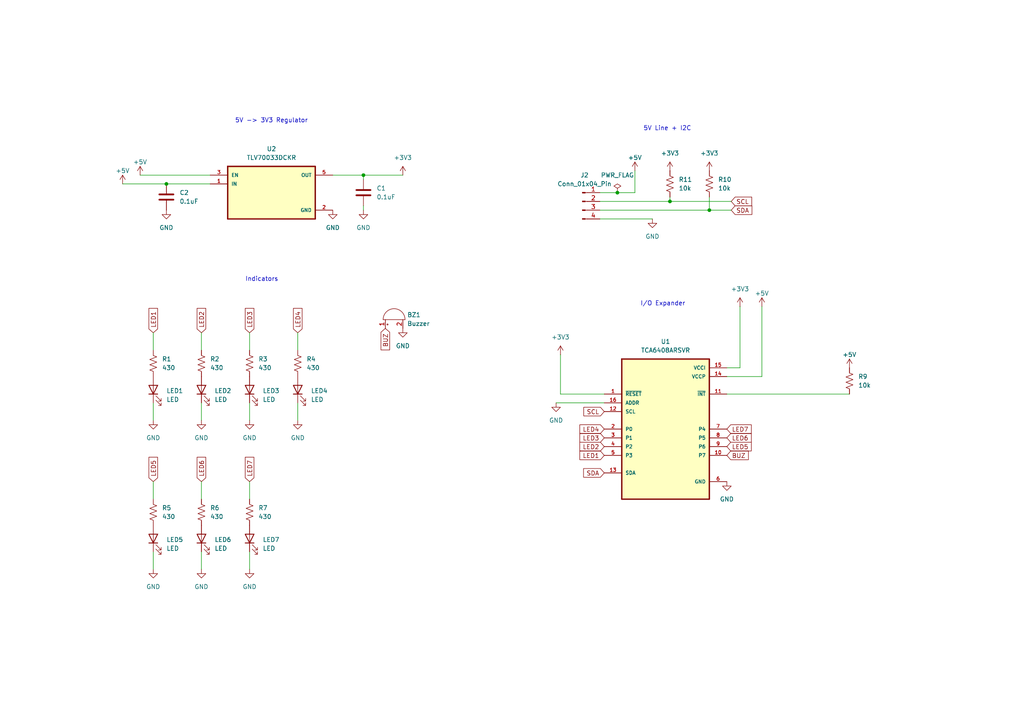
<source format=kicad_sch>
(kicad_sch
	(version 20250114)
	(generator "eeschema")
	(generator_version "9.0")
	(uuid "cede0fc5-7981-4758-9694-56d43565c74a")
	(paper "A4")
	(title_block
		(title "Indicator Board")
		(rev "2")
		(company "HPVDT")
		(comment 1 "Abdullah Alsafar")
	)
	(lib_symbols
		(symbol "Connector:Conn_01x04_Pin"
			(pin_names
				(offset 1.016)
				(hide yes)
			)
			(exclude_from_sim no)
			(in_bom yes)
			(on_board yes)
			(property "Reference" "J"
				(at 0 5.08 0)
				(effects
					(font
						(size 1.27 1.27)
					)
				)
			)
			(property "Value" "Conn_01x04_Pin"
				(at 0 -7.62 0)
				(effects
					(font
						(size 1.27 1.27)
					)
				)
			)
			(property "Footprint" ""
				(at 0 0 0)
				(effects
					(font
						(size 1.27 1.27)
					)
					(hide yes)
				)
			)
			(property "Datasheet" "~"
				(at 0 0 0)
				(effects
					(font
						(size 1.27 1.27)
					)
					(hide yes)
				)
			)
			(property "Description" "Generic connector, single row, 01x04, script generated"
				(at 0 0 0)
				(effects
					(font
						(size 1.27 1.27)
					)
					(hide yes)
				)
			)
			(property "ki_locked" ""
				(at 0 0 0)
				(effects
					(font
						(size 1.27 1.27)
					)
				)
			)
			(property "ki_keywords" "connector"
				(at 0 0 0)
				(effects
					(font
						(size 1.27 1.27)
					)
					(hide yes)
				)
			)
			(property "ki_fp_filters" "Connector*:*_1x??_*"
				(at 0 0 0)
				(effects
					(font
						(size 1.27 1.27)
					)
					(hide yes)
				)
			)
			(symbol "Conn_01x04_Pin_1_1"
				(rectangle
					(start 0.8636 2.667)
					(end 0 2.413)
					(stroke
						(width 0.1524)
						(type default)
					)
					(fill
						(type outline)
					)
				)
				(rectangle
					(start 0.8636 0.127)
					(end 0 -0.127)
					(stroke
						(width 0.1524)
						(type default)
					)
					(fill
						(type outline)
					)
				)
				(rectangle
					(start 0.8636 -2.413)
					(end 0 -2.667)
					(stroke
						(width 0.1524)
						(type default)
					)
					(fill
						(type outline)
					)
				)
				(rectangle
					(start 0.8636 -4.953)
					(end 0 -5.207)
					(stroke
						(width 0.1524)
						(type default)
					)
					(fill
						(type outline)
					)
				)
				(polyline
					(pts
						(xy 1.27 2.54) (xy 0.8636 2.54)
					)
					(stroke
						(width 0.1524)
						(type default)
					)
					(fill
						(type none)
					)
				)
				(polyline
					(pts
						(xy 1.27 0) (xy 0.8636 0)
					)
					(stroke
						(width 0.1524)
						(type default)
					)
					(fill
						(type none)
					)
				)
				(polyline
					(pts
						(xy 1.27 -2.54) (xy 0.8636 -2.54)
					)
					(stroke
						(width 0.1524)
						(type default)
					)
					(fill
						(type none)
					)
				)
				(polyline
					(pts
						(xy 1.27 -5.08) (xy 0.8636 -5.08)
					)
					(stroke
						(width 0.1524)
						(type default)
					)
					(fill
						(type none)
					)
				)
				(pin passive line
					(at 5.08 2.54 180)
					(length 3.81)
					(name "Pin_1"
						(effects
							(font
								(size 1.27 1.27)
							)
						)
					)
					(number "1"
						(effects
							(font
								(size 1.27 1.27)
							)
						)
					)
				)
				(pin passive line
					(at 5.08 0 180)
					(length 3.81)
					(name "Pin_2"
						(effects
							(font
								(size 1.27 1.27)
							)
						)
					)
					(number "2"
						(effects
							(font
								(size 1.27 1.27)
							)
						)
					)
				)
				(pin passive line
					(at 5.08 -2.54 180)
					(length 3.81)
					(name "Pin_3"
						(effects
							(font
								(size 1.27 1.27)
							)
						)
					)
					(number "3"
						(effects
							(font
								(size 1.27 1.27)
							)
						)
					)
				)
				(pin passive line
					(at 5.08 -5.08 180)
					(length 3.81)
					(name "Pin_4"
						(effects
							(font
								(size 1.27 1.27)
							)
						)
					)
					(number "4"
						(effects
							(font
								(size 1.27 1.27)
							)
						)
					)
				)
			)
			(embedded_fonts no)
		)
		(symbol "Device:Buzzer"
			(pin_names
				(offset 0.0254)
				(hide yes)
			)
			(exclude_from_sim no)
			(in_bom yes)
			(on_board yes)
			(property "Reference" "BZ"
				(at 3.81 1.27 0)
				(effects
					(font
						(size 1.27 1.27)
					)
					(justify left)
				)
			)
			(property "Value" "Buzzer"
				(at 3.81 -1.27 0)
				(effects
					(font
						(size 1.27 1.27)
					)
					(justify left)
				)
			)
			(property "Footprint" ""
				(at -0.635 2.54 90)
				(effects
					(font
						(size 1.27 1.27)
					)
					(hide yes)
				)
			)
			(property "Datasheet" "~"
				(at -0.635 2.54 90)
				(effects
					(font
						(size 1.27 1.27)
					)
					(hide yes)
				)
			)
			(property "Description" "Buzzer, polarized"
				(at 0 0 0)
				(effects
					(font
						(size 1.27 1.27)
					)
					(hide yes)
				)
			)
			(property "ki_keywords" "quartz resonator ceramic"
				(at 0 0 0)
				(effects
					(font
						(size 1.27 1.27)
					)
					(hide yes)
				)
			)
			(property "ki_fp_filters" "*Buzzer*"
				(at 0 0 0)
				(effects
					(font
						(size 1.27 1.27)
					)
					(hide yes)
				)
			)
			(symbol "Buzzer_0_1"
				(polyline
					(pts
						(xy -1.651 1.905) (xy -1.143 1.905)
					)
					(stroke
						(width 0)
						(type default)
					)
					(fill
						(type none)
					)
				)
				(polyline
					(pts
						(xy -1.397 2.159) (xy -1.397 1.651)
					)
					(stroke
						(width 0)
						(type default)
					)
					(fill
						(type none)
					)
				)
				(arc
					(start 0 3.175)
					(mid 3.1612 0)
					(end 0 -3.175)
					(stroke
						(width 0)
						(type default)
					)
					(fill
						(type none)
					)
				)
				(polyline
					(pts
						(xy 0 3.175) (xy 0 -3.175)
					)
					(stroke
						(width 0)
						(type default)
					)
					(fill
						(type none)
					)
				)
			)
			(symbol "Buzzer_1_1"
				(pin passive line
					(at -2.54 2.54 0)
					(length 2.54)
					(name "-"
						(effects
							(font
								(size 1.27 1.27)
							)
						)
					)
					(number "1"
						(effects
							(font
								(size 1.27 1.27)
							)
						)
					)
				)
				(pin passive line
					(at -2.54 -2.54 0)
					(length 2.54)
					(name "+"
						(effects
							(font
								(size 1.27 1.27)
							)
						)
					)
					(number "2"
						(effects
							(font
								(size 1.27 1.27)
							)
						)
					)
				)
			)
			(embedded_fonts no)
		)
		(symbol "Device:C"
			(pin_numbers
				(hide yes)
			)
			(pin_names
				(offset 0.254)
			)
			(exclude_from_sim no)
			(in_bom yes)
			(on_board yes)
			(property "Reference" "C"
				(at 0.635 2.54 0)
				(effects
					(font
						(size 1.27 1.27)
					)
					(justify left)
				)
			)
			(property "Value" "C"
				(at 0.635 -2.54 0)
				(effects
					(font
						(size 1.27 1.27)
					)
					(justify left)
				)
			)
			(property "Footprint" ""
				(at 0.9652 -3.81 0)
				(effects
					(font
						(size 1.27 1.27)
					)
					(hide yes)
				)
			)
			(property "Datasheet" "~"
				(at 0 0 0)
				(effects
					(font
						(size 1.27 1.27)
					)
					(hide yes)
				)
			)
			(property "Description" "Unpolarized capacitor"
				(at 0 0 0)
				(effects
					(font
						(size 1.27 1.27)
					)
					(hide yes)
				)
			)
			(property "ki_keywords" "cap capacitor"
				(at 0 0 0)
				(effects
					(font
						(size 1.27 1.27)
					)
					(hide yes)
				)
			)
			(property "ki_fp_filters" "C_*"
				(at 0 0 0)
				(effects
					(font
						(size 1.27 1.27)
					)
					(hide yes)
				)
			)
			(symbol "C_0_1"
				(polyline
					(pts
						(xy -2.032 0.762) (xy 2.032 0.762)
					)
					(stroke
						(width 0.508)
						(type default)
					)
					(fill
						(type none)
					)
				)
				(polyline
					(pts
						(xy -2.032 -0.762) (xy 2.032 -0.762)
					)
					(stroke
						(width 0.508)
						(type default)
					)
					(fill
						(type none)
					)
				)
			)
			(symbol "C_1_1"
				(pin passive line
					(at 0 3.81 270)
					(length 2.794)
					(name "~"
						(effects
							(font
								(size 1.27 1.27)
							)
						)
					)
					(number "1"
						(effects
							(font
								(size 1.27 1.27)
							)
						)
					)
				)
				(pin passive line
					(at 0 -3.81 90)
					(length 2.794)
					(name "~"
						(effects
							(font
								(size 1.27 1.27)
							)
						)
					)
					(number "2"
						(effects
							(font
								(size 1.27 1.27)
							)
						)
					)
				)
			)
			(embedded_fonts no)
		)
		(symbol "Device:LED"
			(pin_numbers
				(hide yes)
			)
			(pin_names
				(offset 1.016)
				(hide yes)
			)
			(exclude_from_sim no)
			(in_bom yes)
			(on_board yes)
			(property "Reference" "D"
				(at 0 2.54 0)
				(effects
					(font
						(size 1.27 1.27)
					)
				)
			)
			(property "Value" "LED"
				(at 0 -2.54 0)
				(effects
					(font
						(size 1.27 1.27)
					)
				)
			)
			(property "Footprint" ""
				(at 0 0 0)
				(effects
					(font
						(size 1.27 1.27)
					)
					(hide yes)
				)
			)
			(property "Datasheet" "~"
				(at 0 0 0)
				(effects
					(font
						(size 1.27 1.27)
					)
					(hide yes)
				)
			)
			(property "Description" "Light emitting diode"
				(at 0 0 0)
				(effects
					(font
						(size 1.27 1.27)
					)
					(hide yes)
				)
			)
			(property "ki_keywords" "LED diode"
				(at 0 0 0)
				(effects
					(font
						(size 1.27 1.27)
					)
					(hide yes)
				)
			)
			(property "ki_fp_filters" "LED* LED_SMD:* LED_THT:*"
				(at 0 0 0)
				(effects
					(font
						(size 1.27 1.27)
					)
					(hide yes)
				)
			)
			(symbol "LED_0_1"
				(polyline
					(pts
						(xy -3.048 -0.762) (xy -4.572 -2.286) (xy -3.81 -2.286) (xy -4.572 -2.286) (xy -4.572 -1.524)
					)
					(stroke
						(width 0)
						(type default)
					)
					(fill
						(type none)
					)
				)
				(polyline
					(pts
						(xy -1.778 -0.762) (xy -3.302 -2.286) (xy -2.54 -2.286) (xy -3.302 -2.286) (xy -3.302 -1.524)
					)
					(stroke
						(width 0)
						(type default)
					)
					(fill
						(type none)
					)
				)
				(polyline
					(pts
						(xy -1.27 0) (xy 1.27 0)
					)
					(stroke
						(width 0)
						(type default)
					)
					(fill
						(type none)
					)
				)
				(polyline
					(pts
						(xy -1.27 -1.27) (xy -1.27 1.27)
					)
					(stroke
						(width 0.254)
						(type default)
					)
					(fill
						(type none)
					)
				)
				(polyline
					(pts
						(xy 1.27 -1.27) (xy 1.27 1.27) (xy -1.27 0) (xy 1.27 -1.27)
					)
					(stroke
						(width 0.254)
						(type default)
					)
					(fill
						(type none)
					)
				)
			)
			(symbol "LED_1_1"
				(pin passive line
					(at -3.81 0 0)
					(length 2.54)
					(name "K"
						(effects
							(font
								(size 1.27 1.27)
							)
						)
					)
					(number "1"
						(effects
							(font
								(size 1.27 1.27)
							)
						)
					)
				)
				(pin passive line
					(at 3.81 0 180)
					(length 2.54)
					(name "A"
						(effects
							(font
								(size 1.27 1.27)
							)
						)
					)
					(number "2"
						(effects
							(font
								(size 1.27 1.27)
							)
						)
					)
				)
			)
			(embedded_fonts no)
		)
		(symbol "Device:R_US"
			(pin_numbers
				(hide yes)
			)
			(pin_names
				(offset 0)
			)
			(exclude_from_sim no)
			(in_bom yes)
			(on_board yes)
			(property "Reference" "R"
				(at 2.54 0 90)
				(effects
					(font
						(size 1.27 1.27)
					)
				)
			)
			(property "Value" "R_US"
				(at -2.54 0 90)
				(effects
					(font
						(size 1.27 1.27)
					)
				)
			)
			(property "Footprint" ""
				(at 1.016 -0.254 90)
				(effects
					(font
						(size 1.27 1.27)
					)
					(hide yes)
				)
			)
			(property "Datasheet" "~"
				(at 0 0 0)
				(effects
					(font
						(size 1.27 1.27)
					)
					(hide yes)
				)
			)
			(property "Description" "Resistor, US symbol"
				(at 0 0 0)
				(effects
					(font
						(size 1.27 1.27)
					)
					(hide yes)
				)
			)
			(property "ki_keywords" "R res resistor"
				(at 0 0 0)
				(effects
					(font
						(size 1.27 1.27)
					)
					(hide yes)
				)
			)
			(property "ki_fp_filters" "R_*"
				(at 0 0 0)
				(effects
					(font
						(size 1.27 1.27)
					)
					(hide yes)
				)
			)
			(symbol "R_US_0_1"
				(polyline
					(pts
						(xy 0 2.286) (xy 0 2.54)
					)
					(stroke
						(width 0)
						(type default)
					)
					(fill
						(type none)
					)
				)
				(polyline
					(pts
						(xy 0 2.286) (xy 1.016 1.905) (xy 0 1.524) (xy -1.016 1.143) (xy 0 0.762)
					)
					(stroke
						(width 0)
						(type default)
					)
					(fill
						(type none)
					)
				)
				(polyline
					(pts
						(xy 0 0.762) (xy 1.016 0.381) (xy 0 0) (xy -1.016 -0.381) (xy 0 -0.762)
					)
					(stroke
						(width 0)
						(type default)
					)
					(fill
						(type none)
					)
				)
				(polyline
					(pts
						(xy 0 -0.762) (xy 1.016 -1.143) (xy 0 -1.524) (xy -1.016 -1.905) (xy 0 -2.286)
					)
					(stroke
						(width 0)
						(type default)
					)
					(fill
						(type none)
					)
				)
				(polyline
					(pts
						(xy 0 -2.286) (xy 0 -2.54)
					)
					(stroke
						(width 0)
						(type default)
					)
					(fill
						(type none)
					)
				)
			)
			(symbol "R_US_1_1"
				(pin passive line
					(at 0 3.81 270)
					(length 1.27)
					(name "~"
						(effects
							(font
								(size 1.27 1.27)
							)
						)
					)
					(number "1"
						(effects
							(font
								(size 1.27 1.27)
							)
						)
					)
				)
				(pin passive line
					(at 0 -3.81 90)
					(length 1.27)
					(name "~"
						(effects
							(font
								(size 1.27 1.27)
							)
						)
					)
					(number "2"
						(effects
							(font
								(size 1.27 1.27)
							)
						)
					)
				)
			)
			(embedded_fonts no)
		)
		(symbol "TCA6408ARSVR:TCA6408ARSVR"
			(pin_names
				(offset 1.016)
			)
			(exclude_from_sim no)
			(in_bom yes)
			(on_board yes)
			(property "Reference" "U"
				(at -12.7 21.32 0)
				(effects
					(font
						(size 1.27 1.27)
					)
					(justify left bottom)
				)
			)
			(property "Value" "TCA6408ARSVR"
				(at -12.7 -24.32 0)
				(effects
					(font
						(size 1.27 1.27)
					)
					(justify left bottom)
				)
			)
			(property "Footprint" "TCA6408ARSVR:QFN40P180X260X55-16N"
				(at 0 0 0)
				(effects
					(font
						(size 1.27 1.27)
					)
					(justify bottom)
					(hide yes)
				)
			)
			(property "Datasheet" ""
				(at 0 0 0)
				(effects
					(font
						(size 1.27 1.27)
					)
					(hide yes)
				)
			)
			(property "Description" ""
				(at 0 0 0)
				(effects
					(font
						(size 1.27 1.27)
					)
					(hide yes)
				)
			)
			(symbol "TCA6408ARSVR_0_0"
				(rectangle
					(start -12.7 -20.32)
					(end 12.7 20.32)
					(stroke
						(width 0.41)
						(type default)
					)
					(fill
						(type background)
					)
				)
				(pin input line
					(at -17.78 10.16 0)
					(length 5.08)
					(name "~{RESET}"
						(effects
							(font
								(size 1.016 1.016)
							)
						)
					)
					(number "1"
						(effects
							(font
								(size 1.016 1.016)
							)
						)
					)
				)
				(pin input line
					(at -17.78 7.62 0)
					(length 5.08)
					(name "ADDR"
						(effects
							(font
								(size 1.016 1.016)
							)
						)
					)
					(number "16"
						(effects
							(font
								(size 1.016 1.016)
							)
						)
					)
				)
				(pin input line
					(at -17.78 5.08 0)
					(length 5.08)
					(name "SCL"
						(effects
							(font
								(size 1.016 1.016)
							)
						)
					)
					(number "12"
						(effects
							(font
								(size 1.016 1.016)
							)
						)
					)
				)
				(pin bidirectional line
					(at -17.78 0 0)
					(length 5.08)
					(name "P0"
						(effects
							(font
								(size 1.016 1.016)
							)
						)
					)
					(number "2"
						(effects
							(font
								(size 1.016 1.016)
							)
						)
					)
				)
				(pin bidirectional line
					(at -17.78 -2.54 0)
					(length 5.08)
					(name "P1"
						(effects
							(font
								(size 1.016 1.016)
							)
						)
					)
					(number "3"
						(effects
							(font
								(size 1.016 1.016)
							)
						)
					)
				)
				(pin bidirectional line
					(at -17.78 -5.08 0)
					(length 5.08)
					(name "P2"
						(effects
							(font
								(size 1.016 1.016)
							)
						)
					)
					(number "4"
						(effects
							(font
								(size 1.016 1.016)
							)
						)
					)
				)
				(pin bidirectional line
					(at -17.78 -7.62 0)
					(length 5.08)
					(name "P3"
						(effects
							(font
								(size 1.016 1.016)
							)
						)
					)
					(number "5"
						(effects
							(font
								(size 1.016 1.016)
							)
						)
					)
				)
				(pin bidirectional line
					(at -17.78 -12.7 0)
					(length 5.08)
					(name "SDA"
						(effects
							(font
								(size 1.016 1.016)
							)
						)
					)
					(number "13"
						(effects
							(font
								(size 1.016 1.016)
							)
						)
					)
				)
				(pin power_in line
					(at 17.78 17.78 180)
					(length 5.08)
					(name "VCCI"
						(effects
							(font
								(size 1.016 1.016)
							)
						)
					)
					(number "15"
						(effects
							(font
								(size 1.016 1.016)
							)
						)
					)
				)
				(pin power_in line
					(at 17.78 15.24 180)
					(length 5.08)
					(name "VCCP"
						(effects
							(font
								(size 1.016 1.016)
							)
						)
					)
					(number "14"
						(effects
							(font
								(size 1.016 1.016)
							)
						)
					)
				)
				(pin output line
					(at 17.78 10.16 180)
					(length 5.08)
					(name "~{INT}"
						(effects
							(font
								(size 1.016 1.016)
							)
						)
					)
					(number "11"
						(effects
							(font
								(size 1.016 1.016)
							)
						)
					)
				)
				(pin bidirectional line
					(at 17.78 0 180)
					(length 5.08)
					(name "P4"
						(effects
							(font
								(size 1.016 1.016)
							)
						)
					)
					(number "7"
						(effects
							(font
								(size 1.016 1.016)
							)
						)
					)
				)
				(pin bidirectional line
					(at 17.78 -2.54 180)
					(length 5.08)
					(name "P5"
						(effects
							(font
								(size 1.016 1.016)
							)
						)
					)
					(number "8"
						(effects
							(font
								(size 1.016 1.016)
							)
						)
					)
				)
				(pin bidirectional line
					(at 17.78 -5.08 180)
					(length 5.08)
					(name "P6"
						(effects
							(font
								(size 1.016 1.016)
							)
						)
					)
					(number "9"
						(effects
							(font
								(size 1.016 1.016)
							)
						)
					)
				)
				(pin bidirectional line
					(at 17.78 -7.62 180)
					(length 5.08)
					(name "P7"
						(effects
							(font
								(size 1.016 1.016)
							)
						)
					)
					(number "10"
						(effects
							(font
								(size 1.016 1.016)
							)
						)
					)
				)
				(pin power_in line
					(at 17.78 -15.24 180)
					(length 5.08)
					(name "GND"
						(effects
							(font
								(size 1.016 1.016)
							)
						)
					)
					(number "6"
						(effects
							(font
								(size 1.016 1.016)
							)
						)
					)
				)
			)
			(embedded_fonts no)
		)
		(symbol "TLV70033DCKR:TLV70033DCKR"
			(pin_names
				(offset 1.016)
			)
			(exclude_from_sim no)
			(in_bom yes)
			(on_board yes)
			(property "Reference" "U2"
				(at 0 12.7 0)
				(effects
					(font
						(size 1.27 1.27)
					)
				)
			)
			(property "Value" "TLV70033DCKR"
				(at 0 10.16 0)
				(effects
					(font
						(size 1.27 1.27)
					)
				)
			)
			(property "Footprint" "TLV70033DCKR:SOT65P210X110-5N"
				(at 0 0 0)
				(effects
					(font
						(size 1.27 1.27)
					)
					(justify bottom)
					(hide yes)
				)
			)
			(property "Datasheet" ""
				(at 0 0 0)
				(effects
					(font
						(size 1.27 1.27)
					)
					(hide yes)
				)
			)
			(property "Description" ""
				(at 0 0 0)
				(effects
					(font
						(size 1.27 1.27)
					)
					(hide yes)
				)
			)
			(symbol "TLV70033DCKR_0_0"
				(rectangle
					(start -12.7 -7.62)
					(end 12.7 7.62)
					(stroke
						(width 0.41)
						(type default)
					)
					(fill
						(type background)
					)
				)
				(pin input line
					(at -17.78 5.08 0)
					(length 5.08)
					(name "EN"
						(effects
							(font
								(size 1.016 1.016)
							)
						)
					)
					(number "3"
						(effects
							(font
								(size 1.016 1.016)
							)
						)
					)
				)
				(pin input line
					(at -17.78 2.54 0)
					(length 5.08)
					(name "IN"
						(effects
							(font
								(size 1.016 1.016)
							)
						)
					)
					(number "1"
						(effects
							(font
								(size 1.016 1.016)
							)
						)
					)
				)
				(pin power_in line
					(at 17.78 -5.08 180)
					(length 5.08)
					(name "GND"
						(effects
							(font
								(size 1.016 1.016)
							)
						)
					)
					(number "2"
						(effects
							(font
								(size 1.016 1.016)
							)
						)
					)
				)
			)
			(symbol "TLV70033DCKR_1_0"
				(pin power_out line
					(at 17.78 5.08 180)
					(length 5.08)
					(name "OUT"
						(effects
							(font
								(size 1.016 1.016)
							)
						)
					)
					(number "5"
						(effects
							(font
								(size 1.016 1.016)
							)
						)
					)
				)
			)
			(embedded_fonts no)
		)
		(symbol "power:+3V3"
			(power)
			(pin_numbers
				(hide yes)
			)
			(pin_names
				(offset 0)
				(hide yes)
			)
			(exclude_from_sim no)
			(in_bom yes)
			(on_board yes)
			(property "Reference" "#PWR"
				(at 0 -3.81 0)
				(effects
					(font
						(size 1.27 1.27)
					)
					(hide yes)
				)
			)
			(property "Value" "+3V3"
				(at 0 3.556 0)
				(effects
					(font
						(size 1.27 1.27)
					)
				)
			)
			(property "Footprint" ""
				(at 0 0 0)
				(effects
					(font
						(size 1.27 1.27)
					)
					(hide yes)
				)
			)
			(property "Datasheet" ""
				(at 0 0 0)
				(effects
					(font
						(size 1.27 1.27)
					)
					(hide yes)
				)
			)
			(property "Description" "Power symbol creates a global label with name \"+3V3\""
				(at 0 0 0)
				(effects
					(font
						(size 1.27 1.27)
					)
					(hide yes)
				)
			)
			(property "ki_keywords" "global power"
				(at 0 0 0)
				(effects
					(font
						(size 1.27 1.27)
					)
					(hide yes)
				)
			)
			(symbol "+3V3_0_1"
				(polyline
					(pts
						(xy -0.762 1.27) (xy 0 2.54)
					)
					(stroke
						(width 0)
						(type default)
					)
					(fill
						(type none)
					)
				)
				(polyline
					(pts
						(xy 0 2.54) (xy 0.762 1.27)
					)
					(stroke
						(width 0)
						(type default)
					)
					(fill
						(type none)
					)
				)
				(polyline
					(pts
						(xy 0 0) (xy 0 2.54)
					)
					(stroke
						(width 0)
						(type default)
					)
					(fill
						(type none)
					)
				)
			)
			(symbol "+3V3_1_1"
				(pin power_in line
					(at 0 0 90)
					(length 0)
					(name "~"
						(effects
							(font
								(size 1.27 1.27)
							)
						)
					)
					(number "1"
						(effects
							(font
								(size 1.27 1.27)
							)
						)
					)
				)
			)
			(embedded_fonts no)
		)
		(symbol "power:+5V"
			(power)
			(pin_names
				(offset 0)
			)
			(exclude_from_sim no)
			(in_bom yes)
			(on_board yes)
			(property "Reference" "#PWR"
				(at 0 -3.81 0)
				(effects
					(font
						(size 1.27 1.27)
					)
					(hide yes)
				)
			)
			(property "Value" "+5V"
				(at 0 3.556 0)
				(effects
					(font
						(size 1.27 1.27)
					)
				)
			)
			(property "Footprint" ""
				(at 0 0 0)
				(effects
					(font
						(size 1.27 1.27)
					)
					(hide yes)
				)
			)
			(property "Datasheet" ""
				(at 0 0 0)
				(effects
					(font
						(size 1.27 1.27)
					)
					(hide yes)
				)
			)
			(property "Description" "Power symbol creates a global label with name \"+5V\""
				(at 0 0 0)
				(effects
					(font
						(size 1.27 1.27)
					)
					(hide yes)
				)
			)
			(property "ki_keywords" "global power"
				(at 0 0 0)
				(effects
					(font
						(size 1.27 1.27)
					)
					(hide yes)
				)
			)
			(symbol "+5V_0_1"
				(polyline
					(pts
						(xy -0.762 1.27) (xy 0 2.54)
					)
					(stroke
						(width 0)
						(type default)
					)
					(fill
						(type none)
					)
				)
				(polyline
					(pts
						(xy 0 2.54) (xy 0.762 1.27)
					)
					(stroke
						(width 0)
						(type default)
					)
					(fill
						(type none)
					)
				)
				(polyline
					(pts
						(xy 0 0) (xy 0 2.54)
					)
					(stroke
						(width 0)
						(type default)
					)
					(fill
						(type none)
					)
				)
			)
			(symbol "+5V_1_1"
				(pin power_in line
					(at 0 0 90)
					(length 0)
					(hide yes)
					(name "+5V"
						(effects
							(font
								(size 1.27 1.27)
							)
						)
					)
					(number "1"
						(effects
							(font
								(size 1.27 1.27)
							)
						)
					)
				)
			)
			(embedded_fonts no)
		)
		(symbol "power:GND"
			(power)
			(pin_names
				(offset 0)
			)
			(exclude_from_sim no)
			(in_bom yes)
			(on_board yes)
			(property "Reference" "#PWR"
				(at 0 -6.35 0)
				(effects
					(font
						(size 1.27 1.27)
					)
					(hide yes)
				)
			)
			(property "Value" "GND"
				(at 0 -3.81 0)
				(effects
					(font
						(size 1.27 1.27)
					)
				)
			)
			(property "Footprint" ""
				(at 0 0 0)
				(effects
					(font
						(size 1.27 1.27)
					)
					(hide yes)
				)
			)
			(property "Datasheet" ""
				(at 0 0 0)
				(effects
					(font
						(size 1.27 1.27)
					)
					(hide yes)
				)
			)
			(property "Description" "Power symbol creates a global label with name \"GND\" , ground"
				(at 0 0 0)
				(effects
					(font
						(size 1.27 1.27)
					)
					(hide yes)
				)
			)
			(property "ki_keywords" "global power"
				(at 0 0 0)
				(effects
					(font
						(size 1.27 1.27)
					)
					(hide yes)
				)
			)
			(symbol "GND_0_1"
				(polyline
					(pts
						(xy 0 0) (xy 0 -1.27) (xy 1.27 -1.27) (xy 0 -2.54) (xy -1.27 -1.27) (xy 0 -1.27)
					)
					(stroke
						(width 0)
						(type default)
					)
					(fill
						(type none)
					)
				)
			)
			(symbol "GND_1_1"
				(pin power_in line
					(at 0 0 270)
					(length 0)
					(hide yes)
					(name "GND"
						(effects
							(font
								(size 1.27 1.27)
							)
						)
					)
					(number "1"
						(effects
							(font
								(size 1.27 1.27)
							)
						)
					)
				)
			)
			(embedded_fonts no)
		)
		(symbol "power:PWR_FLAG"
			(power)
			(pin_numbers
				(hide yes)
			)
			(pin_names
				(offset 0)
				(hide yes)
			)
			(exclude_from_sim no)
			(in_bom yes)
			(on_board yes)
			(property "Reference" "#FLG"
				(at 0 1.905 0)
				(effects
					(font
						(size 1.27 1.27)
					)
					(hide yes)
				)
			)
			(property "Value" "PWR_FLAG"
				(at 0 3.81 0)
				(effects
					(font
						(size 1.27 1.27)
					)
				)
			)
			(property "Footprint" ""
				(at 0 0 0)
				(effects
					(font
						(size 1.27 1.27)
					)
					(hide yes)
				)
			)
			(property "Datasheet" "~"
				(at 0 0 0)
				(effects
					(font
						(size 1.27 1.27)
					)
					(hide yes)
				)
			)
			(property "Description" "Special symbol for telling ERC where power comes from"
				(at 0 0 0)
				(effects
					(font
						(size 1.27 1.27)
					)
					(hide yes)
				)
			)
			(property "ki_keywords" "flag power"
				(at 0 0 0)
				(effects
					(font
						(size 1.27 1.27)
					)
					(hide yes)
				)
			)
			(symbol "PWR_FLAG_0_0"
				(pin power_out line
					(at 0 0 90)
					(length 0)
					(name "~"
						(effects
							(font
								(size 1.27 1.27)
							)
						)
					)
					(number "1"
						(effects
							(font
								(size 1.27 1.27)
							)
						)
					)
				)
			)
			(symbol "PWR_FLAG_0_1"
				(polyline
					(pts
						(xy 0 0) (xy 0 1.27) (xy -1.016 1.905) (xy 0 2.54) (xy 1.016 1.905) (xy 0 1.27)
					)
					(stroke
						(width 0)
						(type default)
					)
					(fill
						(type none)
					)
				)
			)
			(embedded_fonts no)
		)
	)
	(text "5V Line + I2C"
		(exclude_from_sim no)
		(at 193.548 37.338 0)
		(effects
			(font
				(size 1.27 1.27)
			)
		)
		(uuid "45f6bfa1-c117-4367-b350-c615295adb22")
	)
	(text "I/O Expander"
		(exclude_from_sim no)
		(at 192.278 88.138 0)
		(effects
			(font
				(size 1.27 1.27)
			)
		)
		(uuid "a2264bae-12d3-4ea5-83c7-426cf00b5627")
	)
	(text "5V -> 3V3 Regulator"
		(exclude_from_sim no)
		(at 78.74 35.052 0)
		(effects
			(font
				(size 1.27 1.27)
			)
		)
		(uuid "d7edd3c5-921f-407d-adc8-68172d7561e1")
	)
	(text "Indicators"
		(exclude_from_sim no)
		(at 71.12 81.788 0)
		(effects
			(font
				(size 1.27 1.27)
			)
			(justify left bottom)
		)
		(uuid "f71799ee-8191-4681-9d09-e09b086658b4")
	)
	(junction
		(at 105.41 50.8)
		(diameter 0)
		(color 0 0 0 0)
		(uuid "2bd88d63-5f80-40c5-8556-b49d2535ece8")
	)
	(junction
		(at 205.74 60.96)
		(diameter 0)
		(color 0 0 0 0)
		(uuid "2f554e9e-eaa7-4ef6-9fad-504d42aed348")
	)
	(junction
		(at 48.26 53.34)
		(diameter 0)
		(color 0 0 0 0)
		(uuid "82421562-8b53-4ba8-9163-73a6bea9bab8")
	)
	(junction
		(at 194.31 58.42)
		(diameter 0)
		(color 0 0 0 0)
		(uuid "c6126238-842f-482c-b498-38093d6f9b09")
	)
	(junction
		(at 179.07 55.88)
		(diameter 0)
		(color 0 0 0 0)
		(uuid "f3bae38d-7580-4f10-b7ca-4cbb4c42679d")
	)
	(wire
		(pts
			(xy 194.31 58.42) (xy 173.99 58.42)
		)
		(stroke
			(width 0)
			(type default)
		)
		(uuid "00ff795e-9755-43ea-9df7-eb3ebb06579c")
	)
	(wire
		(pts
			(xy 58.42 160.02) (xy 58.42 165.1)
		)
		(stroke
			(width 0)
			(type default)
		)
		(uuid "04bb6008-f5bb-4b81-9e8c-52c65cebbcb9")
	)
	(wire
		(pts
			(xy 220.98 109.22) (xy 210.82 109.22)
		)
		(stroke
			(width 0)
			(type default)
		)
		(uuid "126ca020-6454-4605-8e25-ac99b25f9d9d")
	)
	(wire
		(pts
			(xy 86.36 116.84) (xy 86.36 121.92)
		)
		(stroke
			(width 0)
			(type default)
		)
		(uuid "13513e8b-e1c1-4ba7-a893-1bedee0bf192")
	)
	(wire
		(pts
			(xy 189.23 63.5) (xy 173.99 63.5)
		)
		(stroke
			(width 0)
			(type default)
		)
		(uuid "16755d4d-09d4-4266-9095-7cf04d517c33")
	)
	(wire
		(pts
			(xy 212.09 58.42) (xy 194.31 58.42)
		)
		(stroke
			(width 0)
			(type default)
		)
		(uuid "1ebcb939-2ce6-493a-93b4-3bcbca4e9c97")
	)
	(wire
		(pts
			(xy 58.42 139.7) (xy 58.42 144.78)
		)
		(stroke
			(width 0)
			(type default)
		)
		(uuid "1f6c6086-2f80-4c58-a377-5c9501f426ed")
	)
	(wire
		(pts
			(xy 72.39 160.02) (xy 72.39 165.1)
		)
		(stroke
			(width 0)
			(type default)
		)
		(uuid "2204810c-b6f5-40ec-93fb-37d981e86445")
	)
	(wire
		(pts
			(xy 105.41 60.96) (xy 105.41 59.69)
		)
		(stroke
			(width 0)
			(type default)
		)
		(uuid "2726e775-1035-4184-a17c-ca427cb21b36")
	)
	(wire
		(pts
			(xy 72.39 116.84) (xy 72.39 121.92)
		)
		(stroke
			(width 0)
			(type default)
		)
		(uuid "29af05da-dc9b-41e7-9336-a83b536a4c45")
	)
	(wire
		(pts
			(xy 205.74 57.15) (xy 205.74 60.96)
		)
		(stroke
			(width 0)
			(type default)
		)
		(uuid "312a90ff-b189-40b3-8468-ee460abc306a")
	)
	(wire
		(pts
			(xy 162.56 102.87) (xy 162.56 114.3)
		)
		(stroke
			(width 0)
			(type default)
		)
		(uuid "34dc0dec-5bee-4e58-b064-7f3469d9128f")
	)
	(wire
		(pts
			(xy 184.15 49.53) (xy 184.15 55.88)
		)
		(stroke
			(width 0)
			(type default)
		)
		(uuid "383d7a27-6bc7-4146-bc12-04b1670a43ae")
	)
	(wire
		(pts
			(xy 194.31 57.15) (xy 194.31 58.42)
		)
		(stroke
			(width 0)
			(type default)
		)
		(uuid "5e316410-afba-4638-8c89-bb1e6f12d07a")
	)
	(wire
		(pts
			(xy 72.39 139.7) (xy 72.39 144.78)
		)
		(stroke
			(width 0)
			(type default)
		)
		(uuid "5e7cf29d-b2d0-4e21-93ac-ae0a562b7130")
	)
	(wire
		(pts
			(xy 105.41 50.8) (xy 105.41 52.07)
		)
		(stroke
			(width 0)
			(type default)
		)
		(uuid "608653cf-f65a-4ab6-a4e0-ad01f0510868")
	)
	(wire
		(pts
			(xy 179.07 55.88) (xy 173.99 55.88)
		)
		(stroke
			(width 0)
			(type default)
		)
		(uuid "63215189-731b-4bca-911b-705ea957e413")
	)
	(wire
		(pts
			(xy 220.98 88.9) (xy 220.98 109.22)
		)
		(stroke
			(width 0)
			(type default)
		)
		(uuid "6ca57827-e631-4780-888f-cab99f604710")
	)
	(wire
		(pts
			(xy 72.39 96.52) (xy 72.39 101.6)
		)
		(stroke
			(width 0)
			(type default)
		)
		(uuid "71bfc3e2-24f3-4a52-9f8e-f50e201b1ea2")
	)
	(wire
		(pts
			(xy 44.45 160.02) (xy 44.45 165.1)
		)
		(stroke
			(width 0)
			(type default)
		)
		(uuid "753df14b-7cf1-4988-9a34-1f49fe0eb4ff")
	)
	(wire
		(pts
			(xy 48.26 53.34) (xy 60.96 53.34)
		)
		(stroke
			(width 0)
			(type default)
		)
		(uuid "8eb9f226-8f40-4a64-b96e-616884236dcb")
	)
	(wire
		(pts
			(xy 162.56 114.3) (xy 175.26 114.3)
		)
		(stroke
			(width 0)
			(type default)
		)
		(uuid "93152b4d-926b-45a5-b375-b3d29938a635")
	)
	(wire
		(pts
			(xy 205.74 60.96) (xy 173.99 60.96)
		)
		(stroke
			(width 0)
			(type default)
		)
		(uuid "954f6e15-6b52-424c-ab8a-35fe64ace98a")
	)
	(wire
		(pts
			(xy 86.36 96.52) (xy 86.36 101.6)
		)
		(stroke
			(width 0)
			(type default)
		)
		(uuid "97fe0f87-0c74-489c-a4b6-4fc2365d4a5c")
	)
	(wire
		(pts
			(xy 44.45 96.52) (xy 44.45 101.6)
		)
		(stroke
			(width 0)
			(type default)
		)
		(uuid "9d2c5259-7bd0-4055-a291-35a0e8878737")
	)
	(wire
		(pts
			(xy 184.15 55.88) (xy 179.07 55.88)
		)
		(stroke
			(width 0)
			(type default)
		)
		(uuid "9e0c0453-e12a-4850-a0b8-d12f6025fd1e")
	)
	(wire
		(pts
			(xy 44.45 116.84) (xy 44.45 121.92)
		)
		(stroke
			(width 0)
			(type default)
		)
		(uuid "a1bf26b5-7422-433e-a8b4-b1c179de9da7")
	)
	(wire
		(pts
			(xy 210.82 114.3) (xy 246.38 114.3)
		)
		(stroke
			(width 0)
			(type default)
		)
		(uuid "a44085e3-613d-450d-91d4-30f5133b0a8d")
	)
	(wire
		(pts
			(xy 214.63 106.68) (xy 210.82 106.68)
		)
		(stroke
			(width 0)
			(type default)
		)
		(uuid "a4a16ecb-cf3a-4346-8e4c-caaefbb462c3")
	)
	(wire
		(pts
			(xy 40.64 50.8) (xy 60.96 50.8)
		)
		(stroke
			(width 0)
			(type default)
		)
		(uuid "a6c0c6d2-4b06-4679-80c3-c0efa7732f1a")
	)
	(wire
		(pts
			(xy 44.45 139.7) (xy 44.45 144.78)
		)
		(stroke
			(width 0)
			(type default)
		)
		(uuid "b5230bc5-2c6e-4a4c-a340-45a7232026a0")
	)
	(wire
		(pts
			(xy 116.84 50.8) (xy 105.41 50.8)
		)
		(stroke
			(width 0)
			(type default)
		)
		(uuid "b83125ef-86be-45df-a896-2ff6e319cc99")
	)
	(wire
		(pts
			(xy 161.29 116.84) (xy 175.26 116.84)
		)
		(stroke
			(width 0)
			(type default)
		)
		(uuid "bf8594b0-835b-44c0-abc3-228706690129")
	)
	(wire
		(pts
			(xy 35.56 53.34) (xy 48.26 53.34)
		)
		(stroke
			(width 0)
			(type default)
		)
		(uuid "d1ac882a-dcbb-45d8-9de1-a302a9ad7f48")
	)
	(wire
		(pts
			(xy 214.63 88.9) (xy 214.63 106.68)
		)
		(stroke
			(width 0)
			(type default)
		)
		(uuid "d72f5086-1570-4fe7-ab0b-940f3e9a0c65")
	)
	(wire
		(pts
			(xy 96.52 50.8) (xy 105.41 50.8)
		)
		(stroke
			(width 0)
			(type default)
		)
		(uuid "e6ab6e05-8207-4ed9-990b-fbad60e70d08")
	)
	(wire
		(pts
			(xy 212.09 60.96) (xy 205.74 60.96)
		)
		(stroke
			(width 0)
			(type default)
		)
		(uuid "ef6daeee-67f0-4595-b8df-4145529e9edb")
	)
	(wire
		(pts
			(xy 58.42 116.84) (xy 58.42 121.92)
		)
		(stroke
			(width 0)
			(type default)
		)
		(uuid "f5344b4a-c6f0-4861-94f6-ad99f093aef1")
	)
	(wire
		(pts
			(xy 58.42 96.52) (xy 58.42 101.6)
		)
		(stroke
			(width 0)
			(type default)
		)
		(uuid "fd6e9ddd-4bd4-4876-8404-5668f8663415")
	)
	(global_label "LED4"
		(shape input)
		(at 86.36 96.52 90)
		(fields_autoplaced yes)
		(effects
			(font
				(size 1.27 1.27)
			)
			(justify left)
		)
		(uuid "0acf8c8a-afb3-4bc4-81e1-10369aa0250b")
		(property "Intersheetrefs" "${INTERSHEET_REFS}"
			(at 86.36 88.8782 90)
			(effects
				(font
					(size 1.27 1.27)
				)
				(justify left)
				(hide yes)
			)
		)
	)
	(global_label "BUZ"
		(shape input)
		(at 111.76 95.25 270)
		(fields_autoplaced yes)
		(effects
			(font
				(size 1.27 1.27)
			)
			(justify right)
		)
		(uuid "277e6974-5832-4859-ad30-045661d718ae")
		(property "Intersheetrefs" "${INTERSHEET_REFS}"
			(at 111.76 101.9658 90)
			(effects
				(font
					(size 1.27 1.27)
				)
				(justify right)
				(hide yes)
			)
		)
	)
	(global_label "LED1"
		(shape input)
		(at 44.45 96.52 90)
		(fields_autoplaced yes)
		(effects
			(font
				(size 1.27 1.27)
			)
			(justify left)
		)
		(uuid "2a417277-10d0-4c24-8b40-44cb8de69cb4")
		(property "Intersheetrefs" "${INTERSHEET_REFS}"
			(at 44.45 88.8782 90)
			(effects
				(font
					(size 1.27 1.27)
				)
				(justify left)
				(hide yes)
			)
		)
	)
	(global_label "LED6"
		(shape input)
		(at 210.82 127 0)
		(fields_autoplaced yes)
		(effects
			(font
				(size 1.27 1.27)
			)
			(justify left)
		)
		(uuid "3904e131-b9e5-4243-8703-294f08b7e25d")
		(property "Intersheetrefs" "${INTERSHEET_REFS}"
			(at 218.4618 127 0)
			(effects
				(font
					(size 1.27 1.27)
				)
				(justify left)
				(hide yes)
			)
		)
	)
	(global_label "LED3"
		(shape input)
		(at 72.39 96.52 90)
		(fields_autoplaced yes)
		(effects
			(font
				(size 1.27 1.27)
			)
			(justify left)
		)
		(uuid "429a3c58-e655-4f21-9074-8153d1615f18")
		(property "Intersheetrefs" "${INTERSHEET_REFS}"
			(at 72.39 88.8782 90)
			(effects
				(font
					(size 1.27 1.27)
				)
				(justify left)
				(hide yes)
			)
		)
	)
	(global_label "LED5"
		(shape input)
		(at 210.82 129.54 0)
		(fields_autoplaced yes)
		(effects
			(font
				(size 1.27 1.27)
			)
			(justify left)
		)
		(uuid "4691c870-8b48-4919-ba6c-a978b0f5bf90")
		(property "Intersheetrefs" "${INTERSHEET_REFS}"
			(at 218.4618 129.54 0)
			(effects
				(font
					(size 1.27 1.27)
				)
				(justify left)
				(hide yes)
			)
		)
	)
	(global_label "SCL"
		(shape input)
		(at 175.26 119.38 180)
		(fields_autoplaced yes)
		(effects
			(font
				(size 1.27 1.27)
			)
			(justify right)
		)
		(uuid "4d47c1ae-8dfe-4923-9bdc-4245bb7526d3")
		(property "Intersheetrefs" "${INTERSHEET_REFS}"
			(at 168.7672 119.38 0)
			(effects
				(font
					(size 1.27 1.27)
				)
				(justify right)
				(hide yes)
			)
		)
	)
	(global_label "SDA"
		(shape input)
		(at 212.09 60.96 0)
		(fields_autoplaced yes)
		(effects
			(font
				(size 1.27 1.27)
			)
			(justify left)
		)
		(uuid "681ff9ff-6872-4fdb-988a-34face8fb8a1")
		(property "Intersheetrefs" "${INTERSHEET_REFS}"
			(at 218.6433 60.96 0)
			(effects
				(font
					(size 1.27 1.27)
				)
				(justify left)
				(hide yes)
			)
		)
	)
	(global_label "LED3"
		(shape input)
		(at 175.26 127 180)
		(fields_autoplaced yes)
		(effects
			(font
				(size 1.27 1.27)
			)
			(justify right)
		)
		(uuid "6a0509a6-a0b9-4923-88b3-9f8d4d1100a5")
		(property "Intersheetrefs" "${INTERSHEET_REFS}"
			(at 167.6182 127 0)
			(effects
				(font
					(size 1.27 1.27)
				)
				(justify right)
				(hide yes)
			)
		)
	)
	(global_label "LED7"
		(shape input)
		(at 210.82 124.46 0)
		(fields_autoplaced yes)
		(effects
			(font
				(size 1.27 1.27)
			)
			(justify left)
		)
		(uuid "6a5750cf-091d-41a4-b873-c5d13aeaf925")
		(property "Intersheetrefs" "${INTERSHEET_REFS}"
			(at 218.4618 124.46 0)
			(effects
				(font
					(size 1.27 1.27)
				)
				(justify left)
				(hide yes)
			)
		)
	)
	(global_label "BUZ"
		(shape input)
		(at 210.82 132.08 0)
		(fields_autoplaced yes)
		(effects
			(font
				(size 1.27 1.27)
			)
			(justify left)
		)
		(uuid "7abe9fb6-a188-4c89-b811-6df10b92823b")
		(property "Intersheetrefs" "${INTERSHEET_REFS}"
			(at 217.6152 132.08 0)
			(effects
				(font
					(size 1.27 1.27)
				)
				(justify left)
				(hide yes)
			)
		)
	)
	(global_label "SDA"
		(shape input)
		(at 175.26 137.16 180)
		(fields_autoplaced yes)
		(effects
			(font
				(size 1.27 1.27)
			)
			(justify right)
		)
		(uuid "91f1ed64-5a60-4b48-8340-6e8accbc16dd")
		(property "Intersheetrefs" "${INTERSHEET_REFS}"
			(at 168.7067 137.16 0)
			(effects
				(font
					(size 1.27 1.27)
				)
				(justify right)
				(hide yes)
			)
		)
	)
	(global_label "LED5"
		(shape input)
		(at 44.45 139.7 90)
		(fields_autoplaced yes)
		(effects
			(font
				(size 1.27 1.27)
			)
			(justify left)
		)
		(uuid "953ea891-b62c-4da9-9b55-26b34a7fc54a")
		(property "Intersheetrefs" "${INTERSHEET_REFS}"
			(at 44.45 132.0582 90)
			(effects
				(font
					(size 1.27 1.27)
				)
				(justify left)
				(hide yes)
			)
		)
	)
	(global_label "LED1"
		(shape input)
		(at 175.26 132.08 180)
		(fields_autoplaced yes)
		(effects
			(font
				(size 1.27 1.27)
			)
			(justify right)
		)
		(uuid "a6a67647-70ce-42a7-8a27-b925fd266711")
		(property "Intersheetrefs" "${INTERSHEET_REFS}"
			(at 167.6182 132.08 0)
			(effects
				(font
					(size 1.27 1.27)
				)
				(justify right)
				(hide yes)
			)
		)
	)
	(global_label "LED2"
		(shape input)
		(at 58.42 96.52 90)
		(fields_autoplaced yes)
		(effects
			(font
				(size 1.27 1.27)
			)
			(justify left)
		)
		(uuid "a73f0aac-12db-4065-8b1e-eb5192234937")
		(property "Intersheetrefs" "${INTERSHEET_REFS}"
			(at 58.42 88.8782 90)
			(effects
				(font
					(size 1.27 1.27)
				)
				(justify left)
				(hide yes)
			)
		)
	)
	(global_label "LED4"
		(shape input)
		(at 175.26 124.46 180)
		(fields_autoplaced yes)
		(effects
			(font
				(size 1.27 1.27)
			)
			(justify right)
		)
		(uuid "ab299dce-6e3a-4822-b8c8-66db74afaadb")
		(property "Intersheetrefs" "${INTERSHEET_REFS}"
			(at 167.6182 124.46 0)
			(effects
				(font
					(size 1.27 1.27)
				)
				(justify right)
				(hide yes)
			)
		)
	)
	(global_label "SCL"
		(shape input)
		(at 212.09 58.42 0)
		(fields_autoplaced yes)
		(effects
			(font
				(size 1.27 1.27)
			)
			(justify left)
		)
		(uuid "bd406cba-9979-4707-b181-68db7b202561")
		(property "Intersheetrefs" "${INTERSHEET_REFS}"
			(at 218.5828 58.42 0)
			(effects
				(font
					(size 1.27 1.27)
				)
				(justify left)
				(hide yes)
			)
		)
	)
	(global_label "LED2"
		(shape input)
		(at 175.26 129.54 180)
		(fields_autoplaced yes)
		(effects
			(font
				(size 1.27 1.27)
			)
			(justify right)
		)
		(uuid "bf590da8-4d6f-4db8-818f-d9afbb72b823")
		(property "Intersheetrefs" "${INTERSHEET_REFS}"
			(at 167.6182 129.54 0)
			(effects
				(font
					(size 1.27 1.27)
				)
				(justify right)
				(hide yes)
			)
		)
	)
	(global_label "LED7"
		(shape input)
		(at 72.39 139.7 90)
		(fields_autoplaced yes)
		(effects
			(font
				(size 1.27 1.27)
			)
			(justify left)
		)
		(uuid "ddeb6894-427a-4cee-98ab-2ccd017cac1b")
		(property "Intersheetrefs" "${INTERSHEET_REFS}"
			(at 72.39 132.0582 90)
			(effects
				(font
					(size 1.27 1.27)
				)
				(justify left)
				(hide yes)
			)
		)
	)
	(global_label "LED6"
		(shape input)
		(at 58.42 139.7 90)
		(fields_autoplaced yes)
		(effects
			(font
				(size 1.27 1.27)
			)
			(justify left)
		)
		(uuid "ec0d8f72-ddd5-419e-954f-a3f960aaa8f7")
		(property "Intersheetrefs" "${INTERSHEET_REFS}"
			(at 58.42 132.0582 90)
			(effects
				(font
					(size 1.27 1.27)
				)
				(justify left)
				(hide yes)
			)
		)
	)
	(symbol
		(lib_id "Device:R_US")
		(at 86.36 105.41 180)
		(unit 1)
		(exclude_from_sim no)
		(in_bom yes)
		(on_board yes)
		(dnp no)
		(fields_autoplaced yes)
		(uuid "02055e15-0714-4874-beb7-dc586281482f")
		(property "Reference" "R4"
			(at 88.9 104.1399 0)
			(effects
				(font
					(size 1.27 1.27)
				)
				(justify right)
			)
		)
		(property "Value" "430"
			(at 88.9 106.6799 0)
			(effects
				(font
					(size 1.27 1.27)
				)
				(justify right)
			)
		)
		(property "Footprint" "Resistor_SMD:R_0603_1608Metric"
			(at 85.344 105.156 90)
			(effects
				(font
					(size 1.27 1.27)
				)
				(hide yes)
			)
		)
		(property "Datasheet" "~"
			(at 86.36 105.41 0)
			(effects
				(font
					(size 1.27 1.27)
				)
				(hide yes)
			)
		)
		(property "Description" ""
			(at 86.36 105.41 0)
			(effects
				(font
					(size 1.27 1.27)
				)
			)
		)
		(pin "1"
			(uuid "8da480d7-549c-4c3e-8bba-d91437f8db9f")
		)
		(pin "2"
			(uuid "155ded7c-229d-4bc5-9be5-f9e0710a5cb3")
		)
		(instances
			(project "indicator"
				(path "/cede0fc5-7981-4758-9694-56d43565c74a"
					(reference "R4")
					(unit 1)
				)
			)
		)
	)
	(symbol
		(lib_id "power:GND")
		(at 48.26 60.96 0)
		(mirror y)
		(unit 1)
		(exclude_from_sim no)
		(in_bom yes)
		(on_board yes)
		(dnp no)
		(fields_autoplaced yes)
		(uuid "032ee89b-158d-4761-88f1-76dde40658e1")
		(property "Reference" "#PWR012"
			(at 48.26 67.31 0)
			(effects
				(font
					(size 1.27 1.27)
				)
				(hide yes)
			)
		)
		(property "Value" "GND"
			(at 48.26 66.04 0)
			(effects
				(font
					(size 1.27 1.27)
				)
			)
		)
		(property "Footprint" ""
			(at 48.26 60.96 0)
			(effects
				(font
					(size 1.27 1.27)
				)
				(hide yes)
			)
		)
		(property "Datasheet" ""
			(at 48.26 60.96 0)
			(effects
				(font
					(size 1.27 1.27)
				)
				(hide yes)
			)
		)
		(property "Description" ""
			(at 48.26 60.96 0)
			(effects
				(font
					(size 1.27 1.27)
				)
			)
		)
		(pin "1"
			(uuid "59e8a6a9-f404-4f43-92ff-857d0619cb95")
		)
		(instances
			(project "indicator"
				(path "/cede0fc5-7981-4758-9694-56d43565c74a"
					(reference "#PWR012")
					(unit 1)
				)
			)
		)
	)
	(symbol
		(lib_id "power:+3V3")
		(at 194.31 49.53 0)
		(unit 1)
		(exclude_from_sim no)
		(in_bom yes)
		(on_board yes)
		(dnp no)
		(fields_autoplaced yes)
		(uuid "09960375-0611-4167-9803-ce429abdea04")
		(property "Reference" "#PWR018"
			(at 194.31 53.34 0)
			(effects
				(font
					(size 1.27 1.27)
				)
				(hide yes)
			)
		)
		(property "Value" "+3V3"
			(at 194.31 44.45 0)
			(effects
				(font
					(size 1.27 1.27)
				)
			)
		)
		(property "Footprint" ""
			(at 194.31 49.53 0)
			(effects
				(font
					(size 1.27 1.27)
				)
				(hide yes)
			)
		)
		(property "Datasheet" ""
			(at 194.31 49.53 0)
			(effects
				(font
					(size 1.27 1.27)
				)
				(hide yes)
			)
		)
		(property "Description" "Power symbol creates a global label with name \"+3V3\""
			(at 194.31 49.53 0)
			(effects
				(font
					(size 1.27 1.27)
				)
				(hide yes)
			)
		)
		(pin "1"
			(uuid "3a0dfe41-a520-427d-94f8-f4e1abcecc6d")
		)
		(instances
			(project "indicator"
				(path "/cede0fc5-7981-4758-9694-56d43565c74a"
					(reference "#PWR018")
					(unit 1)
				)
			)
		)
	)
	(symbol
		(lib_id "Device:R_US")
		(at 58.42 148.59 180)
		(unit 1)
		(exclude_from_sim no)
		(in_bom yes)
		(on_board yes)
		(dnp no)
		(fields_autoplaced yes)
		(uuid "11f13480-5b16-436e-8999-280752d0d2e2")
		(property "Reference" "R6"
			(at 60.96 147.32 0)
			(effects
				(font
					(size 1.27 1.27)
				)
				(justify right)
			)
		)
		(property "Value" "430"
			(at 60.96 149.86 0)
			(effects
				(font
					(size 1.27 1.27)
				)
				(justify right)
			)
		)
		(property "Footprint" "Resistor_SMD:R_0603_1608Metric"
			(at 57.404 148.336 90)
			(effects
				(font
					(size 1.27 1.27)
				)
				(hide yes)
			)
		)
		(property "Datasheet" "~"
			(at 58.42 148.59 0)
			(effects
				(font
					(size 1.27 1.27)
				)
				(hide yes)
			)
		)
		(property "Description" ""
			(at 58.42 148.59 0)
			(effects
				(font
					(size 1.27 1.27)
				)
			)
		)
		(pin "1"
			(uuid "eaae3559-7553-422d-997f-9f36aeeb6cd7")
		)
		(pin "2"
			(uuid "d370d582-662f-4c55-a13b-8d91b248407a")
		)
		(instances
			(project "indicator"
				(path "/cede0fc5-7981-4758-9694-56d43565c74a"
					(reference "R6")
					(unit 1)
				)
			)
		)
	)
	(symbol
		(lib_id "power:GND")
		(at 58.42 121.92 0)
		(mirror y)
		(unit 1)
		(exclude_from_sim no)
		(in_bom yes)
		(on_board yes)
		(dnp no)
		(fields_autoplaced yes)
		(uuid "1b5bce4a-7dc3-45bf-82c6-e4744a164e4c")
		(property "Reference" "#PWR02"
			(at 58.42 128.27 0)
			(effects
				(font
					(size 1.27 1.27)
				)
				(hide yes)
			)
		)
		(property "Value" "GND"
			(at 58.42 127 0)
			(effects
				(font
					(size 1.27 1.27)
				)
			)
		)
		(property "Footprint" ""
			(at 58.42 121.92 0)
			(effects
				(font
					(size 1.27 1.27)
				)
				(hide yes)
			)
		)
		(property "Datasheet" ""
			(at 58.42 121.92 0)
			(effects
				(font
					(size 1.27 1.27)
				)
				(hide yes)
			)
		)
		(property "Description" ""
			(at 58.42 121.92 0)
			(effects
				(font
					(size 1.27 1.27)
				)
			)
		)
		(pin "1"
			(uuid "559d6db2-4f07-409f-8e84-4517a9c14817")
		)
		(instances
			(project "indicator"
				(path "/cede0fc5-7981-4758-9694-56d43565c74a"
					(reference "#PWR02")
					(unit 1)
				)
			)
		)
	)
	(symbol
		(lib_id "Device:LED")
		(at 44.45 113.03 90)
		(unit 1)
		(exclude_from_sim no)
		(in_bom yes)
		(on_board yes)
		(dnp no)
		(fields_autoplaced yes)
		(uuid "1bf15891-80bb-43a8-a122-a105dcf0825e")
		(property "Reference" "LED1"
			(at 48.26 113.3474 90)
			(effects
				(font
					(size 1.27 1.27)
				)
				(justify right)
			)
		)
		(property "Value" "LED"
			(at 48.26 115.8874 90)
			(effects
				(font
					(size 1.27 1.27)
				)
				(justify right)
			)
		)
		(property "Footprint" "LED_THT:LED_D4.0mm"
			(at 44.45 113.03 0)
			(effects
				(font
					(size 1.27 1.27)
				)
				(hide yes)
			)
		)
		(property "Datasheet" "~"
			(at 44.45 113.03 0)
			(effects
				(font
					(size 1.27 1.27)
				)
				(hide yes)
			)
		)
		(property "Description" ""
			(at 44.45 113.03 0)
			(effects
				(font
					(size 1.27 1.27)
				)
			)
		)
		(pin "1"
			(uuid "d5bac829-8721-4927-b742-5f97e6529dc9")
		)
		(pin "2"
			(uuid "58b7efe5-327d-4843-a4d4-7b31c0cc3e73")
		)
		(instances
			(project "indicator"
				(path "/cede0fc5-7981-4758-9694-56d43565c74a"
					(reference "LED1")
					(unit 1)
				)
			)
		)
	)
	(symbol
		(lib_id "Device:LED")
		(at 58.42 156.21 90)
		(unit 1)
		(exclude_from_sim no)
		(in_bom yes)
		(on_board yes)
		(dnp no)
		(fields_autoplaced yes)
		(uuid "1db282dd-2433-4c0c-b676-3a0f0c096b22")
		(property "Reference" "LED6"
			(at 62.23 156.5274 90)
			(effects
				(font
					(size 1.27 1.27)
				)
				(justify right)
			)
		)
		(property "Value" "LED"
			(at 62.23 159.0674 90)
			(effects
				(font
					(size 1.27 1.27)
				)
				(justify right)
			)
		)
		(property "Footprint" "LED_THT:LED_D4.0mm"
			(at 58.42 156.21 0)
			(effects
				(font
					(size 1.27 1.27)
				)
				(hide yes)
			)
		)
		(property "Datasheet" "~"
			(at 58.42 156.21 0)
			(effects
				(font
					(size 1.27 1.27)
				)
				(hide yes)
			)
		)
		(property "Description" ""
			(at 58.42 156.21 0)
			(effects
				(font
					(size 1.27 1.27)
				)
			)
		)
		(pin "1"
			(uuid "9e5e92d4-7b19-4da2-afc1-799be60ac4fe")
		)
		(pin "2"
			(uuid "0b9c35b8-3df4-4de7-9277-c4d2e9a6162e")
		)
		(instances
			(project "indicator"
				(path "/cede0fc5-7981-4758-9694-56d43565c74a"
					(reference "LED6")
					(unit 1)
				)
			)
		)
	)
	(symbol
		(lib_id "Device:R_US")
		(at 246.38 110.49 180)
		(unit 1)
		(exclude_from_sim no)
		(in_bom yes)
		(on_board yes)
		(dnp no)
		(fields_autoplaced yes)
		(uuid "22fa08c3-e3b2-4fc0-a6c8-d976eb316a25")
		(property "Reference" "R9"
			(at 248.92 109.22 0)
			(effects
				(font
					(size 1.27 1.27)
				)
				(justify right)
			)
		)
		(property "Value" "10k"
			(at 248.92 111.76 0)
			(effects
				(font
					(size 1.27 1.27)
				)
				(justify right)
			)
		)
		(property "Footprint" "Resistor_SMD:R_0603_1608Metric"
			(at 245.364 110.236 90)
			(effects
				(font
					(size 1.27 1.27)
				)
				(hide yes)
			)
		)
		(property "Datasheet" "~"
			(at 246.38 110.49 0)
			(effects
				(font
					(size 1.27 1.27)
				)
				(hide yes)
			)
		)
		(property "Description" ""
			(at 246.38 110.49 0)
			(effects
				(font
					(size 1.27 1.27)
				)
			)
		)
		(pin "1"
			(uuid "63033a98-900a-4540-8f8e-38b885554238")
		)
		(pin "2"
			(uuid "f1d9ead8-556d-4854-8b0b-96c1aa89a08e")
		)
		(instances
			(project "indicator"
				(path "/cede0fc5-7981-4758-9694-56d43565c74a"
					(reference "R9")
					(unit 1)
				)
			)
		)
	)
	(symbol
		(lib_id "power:GND")
		(at 161.29 116.84 0)
		(mirror y)
		(unit 1)
		(exclude_from_sim no)
		(in_bom yes)
		(on_board yes)
		(dnp no)
		(fields_autoplaced yes)
		(uuid "2a51343e-bd42-4fff-b381-f1cfc9433701")
		(property "Reference" "#PWR016"
			(at 161.29 123.19 0)
			(effects
				(font
					(size 1.27 1.27)
				)
				(hide yes)
			)
		)
		(property "Value" "GND"
			(at 161.29 121.92 0)
			(effects
				(font
					(size 1.27 1.27)
				)
			)
		)
		(property "Footprint" ""
			(at 161.29 116.84 0)
			(effects
				(font
					(size 1.27 1.27)
				)
				(hide yes)
			)
		)
		(property "Datasheet" ""
			(at 161.29 116.84 0)
			(effects
				(font
					(size 1.27 1.27)
				)
				(hide yes)
			)
		)
		(property "Description" ""
			(at 161.29 116.84 0)
			(effects
				(font
					(size 1.27 1.27)
				)
			)
		)
		(pin "1"
			(uuid "03655ac4-68bf-4665-a032-5aa7e6448085")
		)
		(instances
			(project "indicator"
				(path "/cede0fc5-7981-4758-9694-56d43565c74a"
					(reference "#PWR016")
					(unit 1)
				)
			)
		)
	)
	(symbol
		(lib_id "Device:R_US")
		(at 194.31 53.34 180)
		(unit 1)
		(exclude_from_sim no)
		(in_bom yes)
		(on_board yes)
		(dnp no)
		(fields_autoplaced yes)
		(uuid "2b40ad35-ec7a-4259-af9b-8fd1c1866ce6")
		(property "Reference" "R11"
			(at 196.85 52.07 0)
			(effects
				(font
					(size 1.27 1.27)
				)
				(justify right)
			)
		)
		(property "Value" "10k"
			(at 196.85 54.61 0)
			(effects
				(font
					(size 1.27 1.27)
				)
				(justify right)
			)
		)
		(property "Footprint" "Resistor_SMD:R_0603_1608Metric"
			(at 193.294 53.086 90)
			(effects
				(font
					(size 1.27 1.27)
				)
				(hide yes)
			)
		)
		(property "Datasheet" "~"
			(at 194.31 53.34 0)
			(effects
				(font
					(size 1.27 1.27)
				)
				(hide yes)
			)
		)
		(property "Description" ""
			(at 194.31 53.34 0)
			(effects
				(font
					(size 1.27 1.27)
				)
			)
		)
		(pin "1"
			(uuid "de270b83-2ed9-4f68-9543-1dddc11b0433")
		)
		(pin "2"
			(uuid "55934031-d0b3-4dc7-ad1a-619d75bcb7a7")
		)
		(instances
			(project "indicator"
				(path "/cede0fc5-7981-4758-9694-56d43565c74a"
					(reference "R11")
					(unit 1)
				)
			)
		)
	)
	(symbol
		(lib_id "Device:Buzzer")
		(at 114.3 92.71 90)
		(unit 1)
		(exclude_from_sim no)
		(in_bom yes)
		(on_board yes)
		(dnp no)
		(fields_autoplaced yes)
		(uuid "2befd4b6-beba-4639-85bd-240efd94d380")
		(property "Reference" "BZ1"
			(at 118.11 91.3199 90)
			(effects
				(font
					(size 1.27 1.27)
				)
				(justify right)
			)
		)
		(property "Value" "Buzzer"
			(at 118.11 93.8599 90)
			(effects
				(font
					(size 1.27 1.27)
				)
				(justify right)
			)
		)
		(property "Footprint" "Buzzer_Beeper:Buzzer_12x9.5RM7.6"
			(at 111.76 93.345 90)
			(effects
				(font
					(size 1.27 1.27)
				)
				(hide yes)
			)
		)
		(property "Datasheet" "~"
			(at 111.76 93.345 90)
			(effects
				(font
					(size 1.27 1.27)
				)
				(hide yes)
			)
		)
		(property "Description" ""
			(at 114.3 92.71 0)
			(effects
				(font
					(size 1.27 1.27)
				)
			)
		)
		(pin "1"
			(uuid "f9cd1c3c-9c40-4428-ae39-e166583e3f42")
		)
		(pin "2"
			(uuid "437b529e-1d83-435e-b873-eb89bc71c9f1")
		)
		(instances
			(project "indicator"
				(path "/cede0fc5-7981-4758-9694-56d43565c74a"
					(reference "BZ1")
					(unit 1)
				)
			)
		)
	)
	(symbol
		(lib_id "power:+5V")
		(at 246.38 106.68 0)
		(mirror y)
		(unit 1)
		(exclude_from_sim no)
		(in_bom yes)
		(on_board yes)
		(dnp no)
		(fields_autoplaced yes)
		(uuid "34233051-924f-46c7-aaa9-99bdfc3bdec8")
		(property "Reference" "#PWR020"
			(at 246.38 110.49 0)
			(effects
				(font
					(size 1.27 1.27)
				)
				(hide yes)
			)
		)
		(property "Value" "+5V"
			(at 246.38 102.87 0)
			(effects
				(font
					(size 1.27 1.27)
				)
			)
		)
		(property "Footprint" ""
			(at 246.38 106.68 0)
			(effects
				(font
					(size 1.27 1.27)
				)
				(hide yes)
			)
		)
		(property "Datasheet" ""
			(at 246.38 106.68 0)
			(effects
				(font
					(size 1.27 1.27)
				)
				(hide yes)
			)
		)
		(property "Description" ""
			(at 246.38 106.68 0)
			(effects
				(font
					(size 1.27 1.27)
				)
			)
		)
		(pin "1"
			(uuid "5a808a09-5c02-4a86-8733-370052c5bc97")
		)
		(instances
			(project "indicator"
				(path "/cede0fc5-7981-4758-9694-56d43565c74a"
					(reference "#PWR020")
					(unit 1)
				)
			)
		)
	)
	(symbol
		(lib_id "power:GND")
		(at 96.52 60.96 0)
		(mirror y)
		(unit 1)
		(exclude_from_sim no)
		(in_bom yes)
		(on_board yes)
		(dnp no)
		(fields_autoplaced yes)
		(uuid "3a3c56d9-b9a4-492e-993f-e51c8cd1e47b")
		(property "Reference" "#PWR06"
			(at 96.52 67.31 0)
			(effects
				(font
					(size 1.27 1.27)
				)
				(hide yes)
			)
		)
		(property "Value" "GND"
			(at 96.52 66.04 0)
			(effects
				(font
					(size 1.27 1.27)
				)
			)
		)
		(property "Footprint" ""
			(at 96.52 60.96 0)
			(effects
				(font
					(size 1.27 1.27)
				)
				(hide yes)
			)
		)
		(property "Datasheet" ""
			(at 96.52 60.96 0)
			(effects
				(font
					(size 1.27 1.27)
				)
				(hide yes)
			)
		)
		(property "Description" ""
			(at 96.52 60.96 0)
			(effects
				(font
					(size 1.27 1.27)
				)
			)
		)
		(pin "1"
			(uuid "20b13d75-9f6d-4721-a81d-26f039ad2b69")
		)
		(instances
			(project "indicator"
				(path "/cede0fc5-7981-4758-9694-56d43565c74a"
					(reference "#PWR06")
					(unit 1)
				)
			)
		)
	)
	(symbol
		(lib_id "Device:LED")
		(at 72.39 156.21 90)
		(unit 1)
		(exclude_from_sim no)
		(in_bom yes)
		(on_board yes)
		(dnp no)
		(fields_autoplaced yes)
		(uuid "417dad4b-8e50-4d04-a8c6-17d7b56301e7")
		(property "Reference" "LED7"
			(at 76.2 156.5274 90)
			(effects
				(font
					(size 1.27 1.27)
				)
				(justify right)
			)
		)
		(property "Value" "LED"
			(at 76.2 159.0674 90)
			(effects
				(font
					(size 1.27 1.27)
				)
				(justify right)
			)
		)
		(property "Footprint" "LED_THT:LED_D4.0mm"
			(at 72.39 156.21 0)
			(effects
				(font
					(size 1.27 1.27)
				)
				(hide yes)
			)
		)
		(property "Datasheet" "~"
			(at 72.39 156.21 0)
			(effects
				(font
					(size 1.27 1.27)
				)
				(hide yes)
			)
		)
		(property "Description" ""
			(at 72.39 156.21 0)
			(effects
				(font
					(size 1.27 1.27)
				)
			)
		)
		(pin "1"
			(uuid "c11d2210-96da-419c-9cfb-c5703bca8755")
		)
		(pin "2"
			(uuid "1e5e0b97-a459-4283-a93e-aa20132d90bc")
		)
		(instances
			(project "indicator"
				(path "/cede0fc5-7981-4758-9694-56d43565c74a"
					(reference "LED7")
					(unit 1)
				)
			)
		)
	)
	(symbol
		(lib_id "Device:C")
		(at 105.41 55.88 0)
		(unit 1)
		(exclude_from_sim no)
		(in_bom yes)
		(on_board yes)
		(dnp no)
		(fields_autoplaced yes)
		(uuid "44555bca-b10c-4780-bda9-79008941efc5")
		(property "Reference" "C1"
			(at 109.22 54.6099 0)
			(effects
				(font
					(size 1.27 1.27)
				)
				(justify left)
			)
		)
		(property "Value" "0.1uF"
			(at 109.22 57.1499 0)
			(effects
				(font
					(size 1.27 1.27)
				)
				(justify left)
			)
		)
		(property "Footprint" "Capacitor_SMD:C_0603_1608Metric"
			(at 106.3752 59.69 0)
			(effects
				(font
					(size 1.27 1.27)
				)
				(hide yes)
			)
		)
		(property "Datasheet" "~"
			(at 105.41 55.88 0)
			(effects
				(font
					(size 1.27 1.27)
				)
				(hide yes)
			)
		)
		(property "Description" "Unpolarized capacitor"
			(at 105.41 55.88 0)
			(effects
				(font
					(size 1.27 1.27)
				)
				(hide yes)
			)
		)
		(pin "2"
			(uuid "1975d251-a3c6-434e-accb-6cd0499f806a")
		)
		(pin "1"
			(uuid "370b2e52-132b-469c-8d4d-cef6b77cbd7d")
		)
		(instances
			(project ""
				(path "/cede0fc5-7981-4758-9694-56d43565c74a"
					(reference "C1")
					(unit 1)
				)
			)
		)
	)
	(symbol
		(lib_id "TLV70033DCKR:TLV70033DCKR")
		(at 78.74 55.88 0)
		(unit 1)
		(exclude_from_sim no)
		(in_bom yes)
		(on_board yes)
		(dnp no)
		(fields_autoplaced yes)
		(uuid "44d88551-6ed1-4f63-a371-10b9dd6126e0")
		(property "Reference" "U2"
			(at 78.74 43.18 0)
			(effects
				(font
					(size 1.27 1.27)
				)
			)
		)
		(property "Value" "TLV70033DCKR"
			(at 78.74 45.72 0)
			(effects
				(font
					(size 1.27 1.27)
				)
			)
		)
		(property "Footprint" "TLV70033DCKR:SOT65P210X110-5N"
			(at 78.74 55.88 0)
			(effects
				(font
					(size 1.27 1.27)
				)
				(justify bottom)
				(hide yes)
			)
		)
		(property "Datasheet" ""
			(at 78.74 55.88 0)
			(effects
				(font
					(size 1.27 1.27)
				)
				(hide yes)
			)
		)
		(property "Description" ""
			(at 78.74 55.88 0)
			(effects
				(font
					(size 1.27 1.27)
				)
				(hide yes)
			)
		)
		(pin "3"
			(uuid "ca882978-0696-4bc4-8a89-7dcc97cce73d")
		)
		(pin "2"
			(uuid "0cc3c1f7-a725-4f39-afd7-1023820f487e")
		)
		(pin "1"
			(uuid "3ada80d6-6807-4406-88e5-488551b6dfd2")
		)
		(pin "5"
			(uuid "47d3cbc2-1718-48c5-bb6a-2e21f419d104")
		)
		(instances
			(project ""
				(path "/cede0fc5-7981-4758-9694-56d43565c74a"
					(reference "U2")
					(unit 1)
				)
			)
		)
	)
	(symbol
		(lib_id "power:+5V")
		(at 40.64 50.8 0)
		(mirror y)
		(unit 1)
		(exclude_from_sim no)
		(in_bom yes)
		(on_board yes)
		(dnp no)
		(fields_autoplaced yes)
		(uuid "45ab107f-d113-4d73-81a3-9d4438d28ff4")
		(property "Reference" "#PWR021"
			(at 40.64 54.61 0)
			(effects
				(font
					(size 1.27 1.27)
				)
				(hide yes)
			)
		)
		(property "Value" "+5V"
			(at 40.64 46.99 0)
			(effects
				(font
					(size 1.27 1.27)
				)
			)
		)
		(property "Footprint" ""
			(at 40.64 50.8 0)
			(effects
				(font
					(size 1.27 1.27)
				)
				(hide yes)
			)
		)
		(property "Datasheet" ""
			(at 40.64 50.8 0)
			(effects
				(font
					(size 1.27 1.27)
				)
				(hide yes)
			)
		)
		(property "Description" ""
			(at 40.64 50.8 0)
			(effects
				(font
					(size 1.27 1.27)
				)
			)
		)
		(pin "1"
			(uuid "6f128146-fe28-4dd5-83b3-3346ff68ffb9")
		)
		(instances
			(project "indicator"
				(path "/cede0fc5-7981-4758-9694-56d43565c74a"
					(reference "#PWR021")
					(unit 1)
				)
			)
		)
	)
	(symbol
		(lib_id "Device:R_US")
		(at 44.45 148.59 180)
		(unit 1)
		(exclude_from_sim no)
		(in_bom yes)
		(on_board yes)
		(dnp no)
		(fields_autoplaced yes)
		(uuid "499c264f-ce87-4c8a-b191-9ca3044abc9e")
		(property "Reference" "R5"
			(at 46.99 147.32 0)
			(effects
				(font
					(size 1.27 1.27)
				)
				(justify right)
			)
		)
		(property "Value" "430"
			(at 46.99 149.86 0)
			(effects
				(font
					(size 1.27 1.27)
				)
				(justify right)
			)
		)
		(property "Footprint" "Resistor_SMD:R_0603_1608Metric"
			(at 43.434 148.336 90)
			(effects
				(font
					(size 1.27 1.27)
				)
				(hide yes)
			)
		)
		(property "Datasheet" "~"
			(at 44.45 148.59 0)
			(effects
				(font
					(size 1.27 1.27)
				)
				(hide yes)
			)
		)
		(property "Description" ""
			(at 44.45 148.59 0)
			(effects
				(font
					(size 1.27 1.27)
				)
			)
		)
		(pin "1"
			(uuid "fab1cc5d-29b7-4858-b8cb-02b7c60db735")
		)
		(pin "2"
			(uuid "8b24910d-01d9-4239-986b-fde689baf6e3")
		)
		(instances
			(project "indicator"
				(path "/cede0fc5-7981-4758-9694-56d43565c74a"
					(reference "R5")
					(unit 1)
				)
			)
		)
	)
	(symbol
		(lib_id "Device:LED")
		(at 86.36 113.03 90)
		(unit 1)
		(exclude_from_sim no)
		(in_bom yes)
		(on_board yes)
		(dnp no)
		(fields_autoplaced yes)
		(uuid "4f05140a-698d-4b5d-a2be-032dc9e14c09")
		(property "Reference" "LED4"
			(at 90.17 113.3474 90)
			(effects
				(font
					(size 1.27 1.27)
				)
				(justify right)
			)
		)
		(property "Value" "LED"
			(at 90.17 115.8874 90)
			(effects
				(font
					(size 1.27 1.27)
				)
				(justify right)
			)
		)
		(property "Footprint" "LED_THT:LED_D4.0mm"
			(at 86.36 113.03 0)
			(effects
				(font
					(size 1.27 1.27)
				)
				(hide yes)
			)
		)
		(property "Datasheet" "~"
			(at 86.36 113.03 0)
			(effects
				(font
					(size 1.27 1.27)
				)
				(hide yes)
			)
		)
		(property "Description" ""
			(at 86.36 113.03 0)
			(effects
				(font
					(size 1.27 1.27)
				)
			)
		)
		(pin "1"
			(uuid "0eb735c1-df59-4ee1-9624-c96a4e9c7a2e")
		)
		(pin "2"
			(uuid "81d4b62a-8c0f-4937-a6ed-440cb88cd455")
		)
		(instances
			(project "indicator"
				(path "/cede0fc5-7981-4758-9694-56d43565c74a"
					(reference "LED4")
					(unit 1)
				)
			)
		)
	)
	(symbol
		(lib_id "TCA6408ARSVR:TCA6408ARSVR")
		(at 193.04 124.46 0)
		(unit 1)
		(exclude_from_sim no)
		(in_bom yes)
		(on_board yes)
		(dnp no)
		(fields_autoplaced yes)
		(uuid "526df699-04b4-4297-a250-423f468664b4")
		(property "Reference" "U1"
			(at 193.04 99.06 0)
			(effects
				(font
					(size 1.27 1.27)
				)
			)
		)
		(property "Value" "TCA6408ARSVR"
			(at 193.04 101.6 0)
			(effects
				(font
					(size 1.27 1.27)
				)
			)
		)
		(property "Footprint" "TCA6408ARSVR:QFN40P180X260X55-16N"
			(at 193.04 124.46 0)
			(effects
				(font
					(size 1.27 1.27)
				)
				(justify bottom)
				(hide yes)
			)
		)
		(property "Datasheet" ""
			(at 193.04 124.46 0)
			(effects
				(font
					(size 1.27 1.27)
				)
				(hide yes)
			)
		)
		(property "Description" ""
			(at 193.04 124.46 0)
			(effects
				(font
					(size 1.27 1.27)
				)
				(hide yes)
			)
		)
		(pin "11"
			(uuid "38c7a419-d046-417f-9876-e0fc7e53e652")
		)
		(pin "3"
			(uuid "4f28113c-775e-4ea4-98d7-79f83d1b296b")
		)
		(pin "16"
			(uuid "69adb804-aa0f-4e88-b03e-552903e3cc74")
		)
		(pin "6"
			(uuid "6e1e7caa-4952-4a77-8b98-8456df341148")
		)
		(pin "12"
			(uuid "0d2e9969-9d52-4eab-9769-fa43bba2ed24")
		)
		(pin "2"
			(uuid "500af46d-0fb0-4288-8662-0e372b1f677a")
		)
		(pin "1"
			(uuid "d19d503b-8855-4f6a-8ab1-bb8dc05b24d5")
		)
		(pin "4"
			(uuid "0ac2c729-dc82-4501-9487-83df838ad362")
		)
		(pin "5"
			(uuid "f7eca6a1-1f9d-4722-b4c6-d3ba1258dd5c")
		)
		(pin "13"
			(uuid "15a0bdfd-847c-45e6-8d92-b998cd9bfb93")
		)
		(pin "15"
			(uuid "907c39f6-380b-4cfc-b8e4-49461e730dee")
		)
		(pin "7"
			(uuid "18059982-f591-4a45-80a7-5d253c00a04c")
		)
		(pin "14"
			(uuid "f8e22801-f587-4e85-a556-2e32130cf461")
		)
		(pin "8"
			(uuid "0c7af415-5392-4fcf-b940-b723267585d5")
		)
		(pin "9"
			(uuid "bf08703e-520c-49e6-b48b-bf0f43854173")
		)
		(pin "10"
			(uuid "66b81443-5d4e-43f7-9493-f506a09642ad")
		)
		(instances
			(project "indicator"
				(path "/cede0fc5-7981-4758-9694-56d43565c74a"
					(reference "U1")
					(unit 1)
				)
			)
		)
	)
	(symbol
		(lib_id "power:GND")
		(at 116.84 95.25 0)
		(mirror y)
		(unit 1)
		(exclude_from_sim no)
		(in_bom yes)
		(on_board yes)
		(dnp no)
		(fields_autoplaced yes)
		(uuid "54990df7-5921-4722-b549-2d8673ff7e3c")
		(property "Reference" "#PWR017"
			(at 116.84 101.6 0)
			(effects
				(font
					(size 1.27 1.27)
				)
				(hide yes)
			)
		)
		(property "Value" "GND"
			(at 116.84 100.33 0)
			(effects
				(font
					(size 1.27 1.27)
				)
			)
		)
		(property "Footprint" ""
			(at 116.84 95.25 0)
			(effects
				(font
					(size 1.27 1.27)
				)
				(hide yes)
			)
		)
		(property "Datasheet" ""
			(at 116.84 95.25 0)
			(effects
				(font
					(size 1.27 1.27)
				)
				(hide yes)
			)
		)
		(property "Description" ""
			(at 116.84 95.25 0)
			(effects
				(font
					(size 1.27 1.27)
				)
			)
		)
		(pin "1"
			(uuid "9707f93c-f0eb-4aa4-bbf2-c0a2b6047332")
		)
		(instances
			(project "indicator"
				(path "/cede0fc5-7981-4758-9694-56d43565c74a"
					(reference "#PWR017")
					(unit 1)
				)
			)
		)
	)
	(symbol
		(lib_id "Device:R_US")
		(at 44.45 105.41 180)
		(unit 1)
		(exclude_from_sim no)
		(in_bom yes)
		(on_board yes)
		(dnp no)
		(fields_autoplaced yes)
		(uuid "5a536b5c-1caa-4a36-9e54-c0edb2b29269")
		(property "Reference" "R1"
			(at 46.99 104.14 0)
			(effects
				(font
					(size 1.27 1.27)
				)
				(justify right)
			)
		)
		(property "Value" "430"
			(at 46.99 106.68 0)
			(effects
				(font
					(size 1.27 1.27)
				)
				(justify right)
			)
		)
		(property "Footprint" "Resistor_SMD:R_0603_1608Metric"
			(at 43.434 105.156 90)
			(effects
				(font
					(size 1.27 1.27)
				)
				(hide yes)
			)
		)
		(property "Datasheet" "~"
			(at 44.45 105.41 0)
			(effects
				(font
					(size 1.27 1.27)
				)
				(hide yes)
			)
		)
		(property "Description" ""
			(at 44.45 105.41 0)
			(effects
				(font
					(size 1.27 1.27)
				)
			)
		)
		(pin "1"
			(uuid "7825eef2-4e2d-4f6e-bcd4-07a8de3f732b")
		)
		(pin "2"
			(uuid "273f298b-4b10-4a51-a9b9-b832b022371d")
		)
		(instances
			(project "indicator"
				(path "/cede0fc5-7981-4758-9694-56d43565c74a"
					(reference "R1")
					(unit 1)
				)
			)
		)
	)
	(symbol
		(lib_id "power:GND")
		(at 72.39 165.1 0)
		(mirror y)
		(unit 1)
		(exclude_from_sim no)
		(in_bom yes)
		(on_board yes)
		(dnp no)
		(fields_autoplaced yes)
		(uuid "5ed404e6-24cb-4ddc-8b99-c20d9256e9e5")
		(property "Reference" "#PWR024"
			(at 72.39 171.45 0)
			(effects
				(font
					(size 1.27 1.27)
				)
				(hide yes)
			)
		)
		(property "Value" "GND"
			(at 72.39 170.18 0)
			(effects
				(font
					(size 1.27 1.27)
				)
			)
		)
		(property "Footprint" ""
			(at 72.39 165.1 0)
			(effects
				(font
					(size 1.27 1.27)
				)
				(hide yes)
			)
		)
		(property "Datasheet" ""
			(at 72.39 165.1 0)
			(effects
				(font
					(size 1.27 1.27)
				)
				(hide yes)
			)
		)
		(property "Description" ""
			(at 72.39 165.1 0)
			(effects
				(font
					(size 1.27 1.27)
				)
			)
		)
		(pin "1"
			(uuid "d3a3783c-f108-4368-9997-e89a0c14e903")
		)
		(instances
			(project "indicator"
				(path "/cede0fc5-7981-4758-9694-56d43565c74a"
					(reference "#PWR024")
					(unit 1)
				)
			)
		)
	)
	(symbol
		(lib_id "Device:LED")
		(at 44.45 156.21 90)
		(unit 1)
		(exclude_from_sim no)
		(in_bom yes)
		(on_board yes)
		(dnp no)
		(fields_autoplaced yes)
		(uuid "5f26d43c-4ad9-4bee-8401-82884f08502e")
		(property "Reference" "LED5"
			(at 48.26 156.5274 90)
			(effects
				(font
					(size 1.27 1.27)
				)
				(justify right)
			)
		)
		(property "Value" "LED"
			(at 48.26 159.0674 90)
			(effects
				(font
					(size 1.27 1.27)
				)
				(justify right)
			)
		)
		(property "Footprint" "LED_THT:LED_D4.0mm"
			(at 44.45 156.21 0)
			(effects
				(font
					(size 1.27 1.27)
				)
				(hide yes)
			)
		)
		(property "Datasheet" "~"
			(at 44.45 156.21 0)
			(effects
				(font
					(size 1.27 1.27)
				)
				(hide yes)
			)
		)
		(property "Description" ""
			(at 44.45 156.21 0)
			(effects
				(font
					(size 1.27 1.27)
				)
			)
		)
		(pin "1"
			(uuid "5693b798-ad08-4548-9277-b09cc69b2cdb")
		)
		(pin "2"
			(uuid "c0956452-67a1-4add-a318-e8112e0709ae")
		)
		(instances
			(project "indicator"
				(path "/cede0fc5-7981-4758-9694-56d43565c74a"
					(reference "LED5")
					(unit 1)
				)
			)
		)
	)
	(symbol
		(lib_id "Device:R_US")
		(at 72.39 148.59 180)
		(unit 1)
		(exclude_from_sim no)
		(in_bom yes)
		(on_board yes)
		(dnp no)
		(fields_autoplaced yes)
		(uuid "64d094c0-3d41-4a07-b620-7f04ed565730")
		(property "Reference" "R7"
			(at 74.93 147.32 0)
			(effects
				(font
					(size 1.27 1.27)
				)
				(justify right)
			)
		)
		(property "Value" "430"
			(at 74.93 149.86 0)
			(effects
				(font
					(size 1.27 1.27)
				)
				(justify right)
			)
		)
		(property "Footprint" "Resistor_SMD:R_0603_1608Metric"
			(at 71.374 148.336 90)
			(effects
				(font
					(size 1.27 1.27)
				)
				(hide yes)
			)
		)
		(property "Datasheet" "~"
			(at 72.39 148.59 0)
			(effects
				(font
					(size 1.27 1.27)
				)
				(hide yes)
			)
		)
		(property "Description" ""
			(at 72.39 148.59 0)
			(effects
				(font
					(size 1.27 1.27)
				)
			)
		)
		(pin "1"
			(uuid "3e2a384d-779e-410b-9b62-4db945d65e88")
		)
		(pin "2"
			(uuid "f41d82f1-9396-43a1-9d04-07a4b7ba00b1")
		)
		(instances
			(project "indicator"
				(path "/cede0fc5-7981-4758-9694-56d43565c74a"
					(reference "R7")
					(unit 1)
				)
			)
		)
	)
	(symbol
		(lib_id "power:GND")
		(at 72.39 121.92 0)
		(mirror y)
		(unit 1)
		(exclude_from_sim no)
		(in_bom yes)
		(on_board yes)
		(dnp no)
		(fields_autoplaced yes)
		(uuid "6ba888f3-d2d9-4c16-b6bc-7517a05c426b")
		(property "Reference" "#PWR03"
			(at 72.39 128.27 0)
			(effects
				(font
					(size 1.27 1.27)
				)
				(hide yes)
			)
		)
		(property "Value" "GND"
			(at 72.39 127 0)
			(effects
				(font
					(size 1.27 1.27)
				)
			)
		)
		(property "Footprint" ""
			(at 72.39 121.92 0)
			(effects
				(font
					(size 1.27 1.27)
				)
				(hide yes)
			)
		)
		(property "Datasheet" ""
			(at 72.39 121.92 0)
			(effects
				(font
					(size 1.27 1.27)
				)
				(hide yes)
			)
		)
		(property "Description" ""
			(at 72.39 121.92 0)
			(effects
				(font
					(size 1.27 1.27)
				)
			)
		)
		(pin "1"
			(uuid "9b209730-d549-4e3f-9ce8-388a0ee72333")
		)
		(instances
			(project "indicator"
				(path "/cede0fc5-7981-4758-9694-56d43565c74a"
					(reference "#PWR03")
					(unit 1)
				)
			)
		)
	)
	(symbol
		(lib_id "Connector:Conn_01x04_Pin")
		(at 168.91 58.42 0)
		(unit 1)
		(exclude_from_sim no)
		(in_bom yes)
		(on_board yes)
		(dnp no)
		(fields_autoplaced yes)
		(uuid "6fb459d0-c3e7-4879-bb7b-2674bc2df72a")
		(property "Reference" "J2"
			(at 169.545 50.8 0)
			(effects
				(font
					(size 1.27 1.27)
				)
			)
		)
		(property "Value" "Conn_01x04_Pin"
			(at 169.545 53.34 0)
			(effects
				(font
					(size 1.27 1.27)
				)
			)
		)
		(property "Footprint" "Connector_JST:JST_XH_B4B-XH-A_1x04_P2.50mm_Vertical"
			(at 168.91 58.42 0)
			(effects
				(font
					(size 1.27 1.27)
				)
				(hide yes)
			)
		)
		(property "Datasheet" "~"
			(at 168.91 58.42 0)
			(effects
				(font
					(size 1.27 1.27)
				)
				(hide yes)
			)
		)
		(property "Description" "Generic connector, single row, 01x04, script generated"
			(at 168.91 58.42 0)
			(effects
				(font
					(size 1.27 1.27)
				)
				(hide yes)
			)
		)
		(pin "3"
			(uuid "0fbbf62c-4031-49c4-987e-8addc64f4d51")
		)
		(pin "2"
			(uuid "701f03f0-295f-4901-97df-1d10c2b617e6")
		)
		(pin "1"
			(uuid "1793fcfe-d99d-473d-9ed4-eaf9e88e020e")
		)
		(pin "4"
			(uuid "e50cbcf2-4ab0-439c-a85b-9a234a50bb3c")
		)
		(instances
			(project "indicator"
				(path "/cede0fc5-7981-4758-9694-56d43565c74a"
					(reference "J2")
					(unit 1)
				)
			)
		)
	)
	(symbol
		(lib_id "power:GND")
		(at 189.23 63.5 0)
		(mirror y)
		(unit 1)
		(exclude_from_sim no)
		(in_bom yes)
		(on_board yes)
		(dnp no)
		(fields_autoplaced yes)
		(uuid "72e9a53b-0c04-4373-89b8-61ecf8a9f0ad")
		(property "Reference" "#PWR015"
			(at 189.23 69.85 0)
			(effects
				(font
					(size 1.27 1.27)
				)
				(hide yes)
			)
		)
		(property "Value" "GND"
			(at 189.23 68.58 0)
			(effects
				(font
					(size 1.27 1.27)
				)
			)
		)
		(property "Footprint" ""
			(at 189.23 63.5 0)
			(effects
				(font
					(size 1.27 1.27)
				)
				(hide yes)
			)
		)
		(property "Datasheet" ""
			(at 189.23 63.5 0)
			(effects
				(font
					(size 1.27 1.27)
				)
				(hide yes)
			)
		)
		(property "Description" ""
			(at 189.23 63.5 0)
			(effects
				(font
					(size 1.27 1.27)
				)
			)
		)
		(pin "1"
			(uuid "017f52cd-20af-4e7d-82ca-9c257289ab23")
		)
		(instances
			(project "indicator"
				(path "/cede0fc5-7981-4758-9694-56d43565c74a"
					(reference "#PWR015")
					(unit 1)
				)
			)
		)
	)
	(symbol
		(lib_id "power:GND")
		(at 58.42 165.1 0)
		(mirror y)
		(unit 1)
		(exclude_from_sim no)
		(in_bom yes)
		(on_board yes)
		(dnp no)
		(fields_autoplaced yes)
		(uuid "75893b02-cd3a-499d-8e82-785351945ec6")
		(property "Reference" "#PWR023"
			(at 58.42 171.45 0)
			(effects
				(font
					(size 1.27 1.27)
				)
				(hide yes)
			)
		)
		(property "Value" "GND"
			(at 58.42 170.18 0)
			(effects
				(font
					(size 1.27 1.27)
				)
			)
		)
		(property "Footprint" ""
			(at 58.42 165.1 0)
			(effects
				(font
					(size 1.27 1.27)
				)
				(hide yes)
			)
		)
		(property "Datasheet" ""
			(at 58.42 165.1 0)
			(effects
				(font
					(size 1.27 1.27)
				)
				(hide yes)
			)
		)
		(property "Description" ""
			(at 58.42 165.1 0)
			(effects
				(font
					(size 1.27 1.27)
				)
			)
		)
		(pin "1"
			(uuid "f84f2819-21db-484e-882a-23fc12f82e74")
		)
		(instances
			(project "indicator"
				(path "/cede0fc5-7981-4758-9694-56d43565c74a"
					(reference "#PWR023")
					(unit 1)
				)
			)
		)
	)
	(symbol
		(lib_id "power:+3V3")
		(at 214.63 88.9 0)
		(unit 1)
		(exclude_from_sim no)
		(in_bom yes)
		(on_board yes)
		(dnp no)
		(fields_autoplaced yes)
		(uuid "7663d676-f60f-40de-946e-f791b0ecfe28")
		(property "Reference" "#PWR013"
			(at 214.63 92.71 0)
			(effects
				(font
					(size 1.27 1.27)
				)
				(hide yes)
			)
		)
		(property "Value" "+3V3"
			(at 214.63 83.82 0)
			(effects
				(font
					(size 1.27 1.27)
				)
			)
		)
		(property "Footprint" ""
			(at 214.63 88.9 0)
			(effects
				(font
					(size 1.27 1.27)
				)
				(hide yes)
			)
		)
		(property "Datasheet" ""
			(at 214.63 88.9 0)
			(effects
				(font
					(size 1.27 1.27)
				)
				(hide yes)
			)
		)
		(property "Description" "Power symbol creates a global label with name \"+3V3\""
			(at 214.63 88.9 0)
			(effects
				(font
					(size 1.27 1.27)
				)
				(hide yes)
			)
		)
		(pin "1"
			(uuid "5dff0f90-0afa-4f76-8d03-390be733547e")
		)
		(instances
			(project "indicator"
				(path "/cede0fc5-7981-4758-9694-56d43565c74a"
					(reference "#PWR013")
					(unit 1)
				)
			)
		)
	)
	(symbol
		(lib_id "Device:R_US")
		(at 72.39 105.41 180)
		(unit 1)
		(exclude_from_sim no)
		(in_bom yes)
		(on_board yes)
		(dnp no)
		(fields_autoplaced yes)
		(uuid "7d6b2d7f-5777-4a9c-8ae9-0e747f1c4e3f")
		(property "Reference" "R3"
			(at 74.93 104.14 0)
			(effects
				(font
					(size 1.27 1.27)
				)
				(justify right)
			)
		)
		(property "Value" "430"
			(at 74.93 106.68 0)
			(effects
				(font
					(size 1.27 1.27)
				)
				(justify right)
			)
		)
		(property "Footprint" "Resistor_SMD:R_0603_1608Metric"
			(at 71.374 105.156 90)
			(effects
				(font
					(size 1.27 1.27)
				)
				(hide yes)
			)
		)
		(property "Datasheet" "~"
			(at 72.39 105.41 0)
			(effects
				(font
					(size 1.27 1.27)
				)
				(hide yes)
			)
		)
		(property "Description" ""
			(at 72.39 105.41 0)
			(effects
				(font
					(size 1.27 1.27)
				)
			)
		)
		(pin "1"
			(uuid "510a22c5-38b3-4943-99b9-35d3d6d54e02")
		)
		(pin "2"
			(uuid "a33a9537-236a-49a8-b66d-11ae3c11f483")
		)
		(instances
			(project "indicator"
				(path "/cede0fc5-7981-4758-9694-56d43565c74a"
					(reference "R3")
					(unit 1)
				)
			)
		)
	)
	(symbol
		(lib_id "Device:C")
		(at 48.26 57.15 0)
		(unit 1)
		(exclude_from_sim no)
		(in_bom yes)
		(on_board yes)
		(dnp no)
		(fields_autoplaced yes)
		(uuid "7f19b2db-a97e-408e-b0eb-ce8c30aec465")
		(property "Reference" "C2"
			(at 52.07 55.8799 0)
			(effects
				(font
					(size 1.27 1.27)
				)
				(justify left)
			)
		)
		(property "Value" "0.1uF"
			(at 52.07 58.4199 0)
			(effects
				(font
					(size 1.27 1.27)
				)
				(justify left)
			)
		)
		(property "Footprint" "Capacitor_SMD:C_0603_1608Metric"
			(at 49.2252 60.96 0)
			(effects
				(font
					(size 1.27 1.27)
				)
				(hide yes)
			)
		)
		(property "Datasheet" "~"
			(at 48.26 57.15 0)
			(effects
				(font
					(size 1.27 1.27)
				)
				(hide yes)
			)
		)
		(property "Description" "Unpolarized capacitor"
			(at 48.26 57.15 0)
			(effects
				(font
					(size 1.27 1.27)
				)
				(hide yes)
			)
		)
		(pin "2"
			(uuid "9d54b1a6-4a16-4fe8-bee5-1af7434e5a5e")
		)
		(pin "1"
			(uuid "83e2c4aa-e12b-48ab-a376-417fb38b0cfb")
		)
		(instances
			(project "indicator"
				(path "/cede0fc5-7981-4758-9694-56d43565c74a"
					(reference "C2")
					(unit 1)
				)
			)
		)
	)
	(symbol
		(lib_id "power:PWR_FLAG")
		(at 179.07 55.88 0)
		(unit 1)
		(exclude_from_sim no)
		(in_bom yes)
		(on_board yes)
		(dnp no)
		(fields_autoplaced yes)
		(uuid "7f1dbedd-1c31-48ca-a5a8-dcc50d5bb979")
		(property "Reference" "#FLG01"
			(at 179.07 53.975 0)
			(effects
				(font
					(size 1.27 1.27)
				)
				(hide yes)
			)
		)
		(property "Value" "PWR_FLAG"
			(at 179.07 50.8 0)
			(effects
				(font
					(size 1.27 1.27)
				)
			)
		)
		(property "Footprint" ""
			(at 179.07 55.88 0)
			(effects
				(font
					(size 1.27 1.27)
				)
				(hide yes)
			)
		)
		(property "Datasheet" "~"
			(at 179.07 55.88 0)
			(effects
				(font
					(size 1.27 1.27)
				)
				(hide yes)
			)
		)
		(property "Description" "Special symbol for telling ERC where power comes from"
			(at 179.07 55.88 0)
			(effects
				(font
					(size 1.27 1.27)
				)
				(hide yes)
			)
		)
		(pin "1"
			(uuid "8c2243b2-d52e-4636-ab36-fc488bf30c14")
		)
		(instances
			(project ""
				(path "/cede0fc5-7981-4758-9694-56d43565c74a"
					(reference "#FLG01")
					(unit 1)
				)
			)
		)
	)
	(symbol
		(lib_id "power:+5V")
		(at 35.56 53.34 0)
		(mirror y)
		(unit 1)
		(exclude_from_sim no)
		(in_bom yes)
		(on_board yes)
		(dnp no)
		(fields_autoplaced yes)
		(uuid "8a95091a-1453-433e-9373-e68f02111753")
		(property "Reference" "#PWR014"
			(at 35.56 57.15 0)
			(effects
				(font
					(size 1.27 1.27)
				)
				(hide yes)
			)
		)
		(property "Value" "+5V"
			(at 35.56 49.53 0)
			(effects
				(font
					(size 1.27 1.27)
				)
			)
		)
		(property "Footprint" ""
			(at 35.56 53.34 0)
			(effects
				(font
					(size 1.27 1.27)
				)
				(hide yes)
			)
		)
		(property "Datasheet" ""
			(at 35.56 53.34 0)
			(effects
				(font
					(size 1.27 1.27)
				)
				(hide yes)
			)
		)
		(property "Description" ""
			(at 35.56 53.34 0)
			(effects
				(font
					(size 1.27 1.27)
				)
			)
		)
		(pin "1"
			(uuid "58824eb2-2747-4471-a19c-8c4c719aa5ea")
		)
		(instances
			(project "indicator"
				(path "/cede0fc5-7981-4758-9694-56d43565c74a"
					(reference "#PWR014")
					(unit 1)
				)
			)
		)
	)
	(symbol
		(lib_id "power:+3V3")
		(at 116.84 50.8 0)
		(unit 1)
		(exclude_from_sim no)
		(in_bom yes)
		(on_board yes)
		(dnp no)
		(fields_autoplaced yes)
		(uuid "8b8b4bb5-472f-47b2-af7b-f5fdf500f45e")
		(property "Reference" "#PWR011"
			(at 116.84 54.61 0)
			(effects
				(font
					(size 1.27 1.27)
				)
				(hide yes)
			)
		)
		(property "Value" "+3V3"
			(at 116.84 45.72 0)
			(effects
				(font
					(size 1.27 1.27)
				)
			)
		)
		(property "Footprint" ""
			(at 116.84 50.8 0)
			(effects
				(font
					(size 1.27 1.27)
				)
				(hide yes)
			)
		)
		(property "Datasheet" ""
			(at 116.84 50.8 0)
			(effects
				(font
					(size 1.27 1.27)
				)
				(hide yes)
			)
		)
		(property "Description" "Power symbol creates a global label with name \"+3V3\""
			(at 116.84 50.8 0)
			(effects
				(font
					(size 1.27 1.27)
				)
				(hide yes)
			)
		)
		(pin "1"
			(uuid "1b2f69c5-10b8-4131-b6e0-8437ea4b601d")
		)
		(instances
			(project "indicator"
				(path "/cede0fc5-7981-4758-9694-56d43565c74a"
					(reference "#PWR011")
					(unit 1)
				)
			)
		)
	)
	(symbol
		(lib_id "power:+3V3")
		(at 162.56 102.87 0)
		(unit 1)
		(exclude_from_sim no)
		(in_bom yes)
		(on_board yes)
		(dnp no)
		(fields_autoplaced yes)
		(uuid "8fc9c28e-062d-4249-bde2-99a149ab3f79")
		(property "Reference" "#PWR05"
			(at 162.56 106.68 0)
			(effects
				(font
					(size 1.27 1.27)
				)
				(hide yes)
			)
		)
		(property "Value" "+3V3"
			(at 162.56 97.79 0)
			(effects
				(font
					(size 1.27 1.27)
				)
			)
		)
		(property "Footprint" ""
			(at 162.56 102.87 0)
			(effects
				(font
					(size 1.27 1.27)
				)
				(hide yes)
			)
		)
		(property "Datasheet" ""
			(at 162.56 102.87 0)
			(effects
				(font
					(size 1.27 1.27)
				)
				(hide yes)
			)
		)
		(property "Description" "Power symbol creates a global label with name \"+3V3\""
			(at 162.56 102.87 0)
			(effects
				(font
					(size 1.27 1.27)
				)
				(hide yes)
			)
		)
		(pin "1"
			(uuid "a2b9fd07-12bc-4cfd-aa91-415b0bce8893")
		)
		(instances
			(project "indicator"
				(path "/cede0fc5-7981-4758-9694-56d43565c74a"
					(reference "#PWR05")
					(unit 1)
				)
			)
		)
	)
	(symbol
		(lib_id "power:+5V")
		(at 184.15 49.53 0)
		(mirror y)
		(unit 1)
		(exclude_from_sim no)
		(in_bom yes)
		(on_board yes)
		(dnp no)
		(fields_autoplaced yes)
		(uuid "a0996e7c-df3d-4d60-9a4e-b589cae57a01")
		(property "Reference" "#PWR04"
			(at 184.15 53.34 0)
			(effects
				(font
					(size 1.27 1.27)
				)
				(hide yes)
			)
		)
		(property "Value" "+5V"
			(at 184.15 45.72 0)
			(effects
				(font
					(size 1.27 1.27)
				)
			)
		)
		(property "Footprint" ""
			(at 184.15 49.53 0)
			(effects
				(font
					(size 1.27 1.27)
				)
				(hide yes)
			)
		)
		(property "Datasheet" ""
			(at 184.15 49.53 0)
			(effects
				(font
					(size 1.27 1.27)
				)
				(hide yes)
			)
		)
		(property "Description" ""
			(at 184.15 49.53 0)
			(effects
				(font
					(size 1.27 1.27)
				)
			)
		)
		(pin "1"
			(uuid "88048178-d965-42b1-b3ee-09a22608916e")
		)
		(instances
			(project "indicator"
				(path "/cede0fc5-7981-4758-9694-56d43565c74a"
					(reference "#PWR04")
					(unit 1)
				)
			)
		)
	)
	(symbol
		(lib_id "power:GND")
		(at 86.36 121.92 0)
		(mirror y)
		(unit 1)
		(exclude_from_sim no)
		(in_bom yes)
		(on_board yes)
		(dnp no)
		(fields_autoplaced yes)
		(uuid "a7e055f4-d73c-452a-a882-e72975e28fed")
		(property "Reference" "#PWR08"
			(at 86.36 128.27 0)
			(effects
				(font
					(size 1.27 1.27)
				)
				(hide yes)
			)
		)
		(property "Value" "GND"
			(at 86.36 127 0)
			(effects
				(font
					(size 1.27 1.27)
				)
			)
		)
		(property "Footprint" ""
			(at 86.36 121.92 0)
			(effects
				(font
					(size 1.27 1.27)
				)
				(hide yes)
			)
		)
		(property "Datasheet" ""
			(at 86.36 121.92 0)
			(effects
				(font
					(size 1.27 1.27)
				)
				(hide yes)
			)
		)
		(property "Description" ""
			(at 86.36 121.92 0)
			(effects
				(font
					(size 1.27 1.27)
				)
			)
		)
		(pin "1"
			(uuid "5a17a9a7-ca98-4079-87ba-97f9287f3f85")
		)
		(instances
			(project "indicator"
				(path "/cede0fc5-7981-4758-9694-56d43565c74a"
					(reference "#PWR08")
					(unit 1)
				)
			)
		)
	)
	(symbol
		(lib_id "power:+3V3")
		(at 205.74 49.53 0)
		(unit 1)
		(exclude_from_sim no)
		(in_bom yes)
		(on_board yes)
		(dnp no)
		(fields_autoplaced yes)
		(uuid "b5b428a1-8949-4c70-af1e-a82aed149fc4")
		(property "Reference" "#PWR019"
			(at 205.74 53.34 0)
			(effects
				(font
					(size 1.27 1.27)
				)
				(hide yes)
			)
		)
		(property "Value" "+3V3"
			(at 205.74 44.45 0)
			(effects
				(font
					(size 1.27 1.27)
				)
			)
		)
		(property "Footprint" ""
			(at 205.74 49.53 0)
			(effects
				(font
					(size 1.27 1.27)
				)
				(hide yes)
			)
		)
		(property "Datasheet" ""
			(at 205.74 49.53 0)
			(effects
				(font
					(size 1.27 1.27)
				)
				(hide yes)
			)
		)
		(property "Description" "Power symbol creates a global label with name \"+3V3\""
			(at 205.74 49.53 0)
			(effects
				(font
					(size 1.27 1.27)
				)
				(hide yes)
			)
		)
		(pin "1"
			(uuid "ec1f0d73-ebb4-4d7e-ae96-8e2704d1e077")
		)
		(instances
			(project "indicator"
				(path "/cede0fc5-7981-4758-9694-56d43565c74a"
					(reference "#PWR019")
					(unit 1)
				)
			)
		)
	)
	(symbol
		(lib_id "Device:LED")
		(at 58.42 113.03 90)
		(unit 1)
		(exclude_from_sim no)
		(in_bom yes)
		(on_board yes)
		(dnp no)
		(fields_autoplaced yes)
		(uuid "b783252f-a9df-424b-aa4f-0a06f05af2b6")
		(property "Reference" "LED2"
			(at 62.23 113.3474 90)
			(effects
				(font
					(size 1.27 1.27)
				)
				(justify right)
			)
		)
		(property "Value" "LED"
			(at 62.23 115.8874 90)
			(effects
				(font
					(size 1.27 1.27)
				)
				(justify right)
			)
		)
		(property "Footprint" "LED_THT:LED_D4.0mm"
			(at 58.42 113.03 0)
			(effects
				(font
					(size 1.27 1.27)
				)
				(hide yes)
			)
		)
		(property "Datasheet" "~"
			(at 58.42 113.03 0)
			(effects
				(font
					(size 1.27 1.27)
				)
				(hide yes)
			)
		)
		(property "Description" ""
			(at 58.42 113.03 0)
			(effects
				(font
					(size 1.27 1.27)
				)
			)
		)
		(pin "1"
			(uuid "f4b19aca-78b0-4a47-8bff-be1d95191dd4")
		)
		(pin "2"
			(uuid "88c9d6a6-5aab-46ba-bbf7-3b2a1f1db2e4")
		)
		(instances
			(project "indicator"
				(path "/cede0fc5-7981-4758-9694-56d43565c74a"
					(reference "LED2")
					(unit 1)
				)
			)
		)
	)
	(symbol
		(lib_id "power:GND")
		(at 44.45 121.92 0)
		(mirror y)
		(unit 1)
		(exclude_from_sim no)
		(in_bom yes)
		(on_board yes)
		(dnp no)
		(fields_autoplaced yes)
		(uuid "b97aa174-ab5c-4ef6-ac96-6631a640ff88")
		(property "Reference" "#PWR01"
			(at 44.45 128.27 0)
			(effects
				(font
					(size 1.27 1.27)
				)
				(hide yes)
			)
		)
		(property "Value" "GND"
			(at 44.45 127 0)
			(effects
				(font
					(size 1.27 1.27)
				)
			)
		)
		(property "Footprint" ""
			(at 44.45 121.92 0)
			(effects
				(font
					(size 1.27 1.27)
				)
				(hide yes)
			)
		)
		(property "Datasheet" ""
			(at 44.45 121.92 0)
			(effects
				(font
					(size 1.27 1.27)
				)
				(hide yes)
			)
		)
		(property "Description" ""
			(at 44.45 121.92 0)
			(effects
				(font
					(size 1.27 1.27)
				)
			)
		)
		(pin "1"
			(uuid "280e14db-190e-46f3-99f4-097495e10a66")
		)
		(instances
			(project "indicator"
				(path "/cede0fc5-7981-4758-9694-56d43565c74a"
					(reference "#PWR01")
					(unit 1)
				)
			)
		)
	)
	(symbol
		(lib_id "power:GND")
		(at 210.82 139.7 0)
		(mirror y)
		(unit 1)
		(exclude_from_sim no)
		(in_bom yes)
		(on_board yes)
		(dnp no)
		(fields_autoplaced yes)
		(uuid "bdfd4609-f089-4950-ac67-4de6468b2fc9")
		(property "Reference" "#PWR09"
			(at 210.82 146.05 0)
			(effects
				(font
					(size 1.27 1.27)
				)
				(hide yes)
			)
		)
		(property "Value" "GND"
			(at 210.82 144.78 0)
			(effects
				(font
					(size 1.27 1.27)
				)
			)
		)
		(property "Footprint" ""
			(at 210.82 139.7 0)
			(effects
				(font
					(size 1.27 1.27)
				)
				(hide yes)
			)
		)
		(property "Datasheet" ""
			(at 210.82 139.7 0)
			(effects
				(font
					(size 1.27 1.27)
				)
				(hide yes)
			)
		)
		(property "Description" ""
			(at 210.82 139.7 0)
			(effects
				(font
					(size 1.27 1.27)
				)
			)
		)
		(pin "1"
			(uuid "12f699e6-2350-4ecb-91c9-18f2cb449f9a")
		)
		(instances
			(project "indicator"
				(path "/cede0fc5-7981-4758-9694-56d43565c74a"
					(reference "#PWR09")
					(unit 1)
				)
			)
		)
	)
	(symbol
		(lib_id "power:+5V")
		(at 220.98 88.9 0)
		(mirror y)
		(unit 1)
		(exclude_from_sim no)
		(in_bom yes)
		(on_board yes)
		(dnp no)
		(fields_autoplaced yes)
		(uuid "c07976eb-a514-4993-a717-fbe3ba8677ab")
		(property "Reference" "#PWR010"
			(at 220.98 92.71 0)
			(effects
				(font
					(size 1.27 1.27)
				)
				(hide yes)
			)
		)
		(property "Value" "+5V"
			(at 220.98 85.09 0)
			(effects
				(font
					(size 1.27 1.27)
				)
			)
		)
		(property "Footprint" ""
			(at 220.98 88.9 0)
			(effects
				(font
					(size 1.27 1.27)
				)
				(hide yes)
			)
		)
		(property "Datasheet" ""
			(at 220.98 88.9 0)
			(effects
				(font
					(size 1.27 1.27)
				)
				(hide yes)
			)
		)
		(property "Description" ""
			(at 220.98 88.9 0)
			(effects
				(font
					(size 1.27 1.27)
				)
			)
		)
		(pin "1"
			(uuid "39028784-d76a-4fce-b501-cd42039c0cf9")
		)
		(instances
			(project "indicator"
				(path "/cede0fc5-7981-4758-9694-56d43565c74a"
					(reference "#PWR010")
					(unit 1)
				)
			)
		)
	)
	(symbol
		(lib_id "Device:R_US")
		(at 58.42 105.41 180)
		(unit 1)
		(exclude_from_sim no)
		(in_bom yes)
		(on_board yes)
		(dnp no)
		(fields_autoplaced yes)
		(uuid "c8207572-3e1c-4873-b0b9-13dbaad4e765")
		(property "Reference" "R2"
			(at 60.96 104.14 0)
			(effects
				(font
					(size 1.27 1.27)
				)
				(justify right)
			)
		)
		(property "Value" "430"
			(at 60.96 106.68 0)
			(effects
				(font
					(size 1.27 1.27)
				)
				(justify right)
			)
		)
		(property "Footprint" "Resistor_SMD:R_0603_1608Metric"
			(at 57.404 105.156 90)
			(effects
				(font
					(size 1.27 1.27)
				)
				(hide yes)
			)
		)
		(property "Datasheet" "~"
			(at 58.42 105.41 0)
			(effects
				(font
					(size 1.27 1.27)
				)
				(hide yes)
			)
		)
		(property "Description" ""
			(at 58.42 105.41 0)
			(effects
				(font
					(size 1.27 1.27)
				)
			)
		)
		(pin "1"
			(uuid "7bc781ec-d9b0-439f-b587-0196cc01e697")
		)
		(pin "2"
			(uuid "196ab378-dfe2-4798-ae89-501c20e2f024")
		)
		(instances
			(project "indicator"
				(path "/cede0fc5-7981-4758-9694-56d43565c74a"
					(reference "R2")
					(unit 1)
				)
			)
		)
	)
	(symbol
		(lib_id "Device:R_US")
		(at 205.74 53.34 180)
		(unit 1)
		(exclude_from_sim no)
		(in_bom yes)
		(on_board yes)
		(dnp no)
		(fields_autoplaced yes)
		(uuid "ceb7df0f-51d0-4070-aa49-ade040b5602c")
		(property "Reference" "R10"
			(at 208.28 52.07 0)
			(effects
				(font
					(size 1.27 1.27)
				)
				(justify right)
			)
		)
		(property "Value" "10k"
			(at 208.28 54.61 0)
			(effects
				(font
					(size 1.27 1.27)
				)
				(justify right)
			)
		)
		(property "Footprint" "Resistor_SMD:R_0603_1608Metric"
			(at 204.724 53.086 90)
			(effects
				(font
					(size 1.27 1.27)
				)
				(hide yes)
			)
		)
		(property "Datasheet" "~"
			(at 205.74 53.34 0)
			(effects
				(font
					(size 1.27 1.27)
				)
				(hide yes)
			)
		)
		(property "Description" ""
			(at 205.74 53.34 0)
			(effects
				(font
					(size 1.27 1.27)
				)
			)
		)
		(pin "1"
			(uuid "4dada1d9-364a-421e-9e4a-38ee74b9bc1b")
		)
		(pin "2"
			(uuid "add9235e-ab8b-4132-ba31-231a9522b40a")
		)
		(instances
			(project "indicator"
				(path "/cede0fc5-7981-4758-9694-56d43565c74a"
					(reference "R10")
					(unit 1)
				)
			)
		)
	)
	(symbol
		(lib_id "power:GND")
		(at 105.41 60.96 0)
		(mirror y)
		(unit 1)
		(exclude_from_sim no)
		(in_bom yes)
		(on_board yes)
		(dnp no)
		(fields_autoplaced yes)
		(uuid "d357354a-232d-493b-92d9-4f9cb86c3a3b")
		(property "Reference" "#PWR07"
			(at 105.41 67.31 0)
			(effects
				(font
					(size 1.27 1.27)
				)
				(hide yes)
			)
		)
		(property "Value" "GND"
			(at 105.41 66.04 0)
			(effects
				(font
					(size 1.27 1.27)
				)
			)
		)
		(property "Footprint" ""
			(at 105.41 60.96 0)
			(effects
				(font
					(size 1.27 1.27)
				)
				(hide yes)
			)
		)
		(property "Datasheet" ""
			(at 105.41 60.96 0)
			(effects
				(font
					(size 1.27 1.27)
				)
				(hide yes)
			)
		)
		(property "Description" ""
			(at 105.41 60.96 0)
			(effects
				(font
					(size 1.27 1.27)
				)
			)
		)
		(pin "1"
			(uuid "fc7ddd98-975e-4dda-9c16-ecb3d4ef1de4")
		)
		(instances
			(project "indicator"
				(path "/cede0fc5-7981-4758-9694-56d43565c74a"
					(reference "#PWR07")
					(unit 1)
				)
			)
		)
	)
	(symbol
		(lib_id "Device:LED")
		(at 72.39 113.03 90)
		(unit 1)
		(exclude_from_sim no)
		(in_bom yes)
		(on_board yes)
		(dnp no)
		(fields_autoplaced yes)
		(uuid "d74983f5-ebf9-4164-93bb-324a02aff355")
		(property "Reference" "LED3"
			(at 76.2 113.3474 90)
			(effects
				(font
					(size 1.27 1.27)
				)
				(justify right)
			)
		)
		(property "Value" "LED"
			(at 76.2 115.8874 90)
			(effects
				(font
					(size 1.27 1.27)
				)
				(justify right)
			)
		)
		(property "Footprint" "LED_THT:LED_D4.0mm"
			(at 72.39 113.03 0)
			(effects
				(font
					(size 1.27 1.27)
				)
				(hide yes)
			)
		)
		(property "Datasheet" "~"
			(at 72.39 113.03 0)
			(effects
				(font
					(size 1.27 1.27)
				)
				(hide yes)
			)
		)
		(property "Description" ""
			(at 72.39 113.03 0)
			(effects
				(font
					(size 1.27 1.27)
				)
			)
		)
		(pin "1"
			(uuid "9497857d-34ce-4c92-9644-e09bd487c70a")
		)
		(pin "2"
			(uuid "be5ba5ef-6487-446a-8988-3833ecec0b85")
		)
		(instances
			(project "indicator"
				(path "/cede0fc5-7981-4758-9694-56d43565c74a"
					(reference "LED3")
					(unit 1)
				)
			)
		)
	)
	(symbol
		(lib_id "power:GND")
		(at 44.45 165.1 0)
		(mirror y)
		(unit 1)
		(exclude_from_sim no)
		(in_bom yes)
		(on_board yes)
		(dnp no)
		(fields_autoplaced yes)
		(uuid "df0d7b57-b1b1-4ddb-b136-4e8bbdf91ccb")
		(property "Reference" "#PWR022"
			(at 44.45 171.45 0)
			(effects
				(font
					(size 1.27 1.27)
				)
				(hide yes)
			)
		)
		(property "Value" "GND"
			(at 44.45 170.18 0)
			(effects
				(font
					(size 1.27 1.27)
				)
			)
		)
		(property "Footprint" ""
			(at 44.45 165.1 0)
			(effects
				(font
					(size 1.27 1.27)
				)
				(hide yes)
			)
		)
		(property "Datasheet" ""
			(at 44.45 165.1 0)
			(effects
				(font
					(size 1.27 1.27)
				)
				(hide yes)
			)
		)
		(property "Description" ""
			(at 44.45 165.1 0)
			(effects
				(font
					(size 1.27 1.27)
				)
			)
		)
		(pin "1"
			(uuid "8630f823-0f15-4237-b96c-0d68ff4c06fd")
		)
		(instances
			(project "indicator"
				(path "/cede0fc5-7981-4758-9694-56d43565c74a"
					(reference "#PWR022")
					(unit 1)
				)
			)
		)
	)
	(sheet_instances
		(path "/"
			(page "1")
		)
	)
	(embedded_fonts no)
)

</source>
